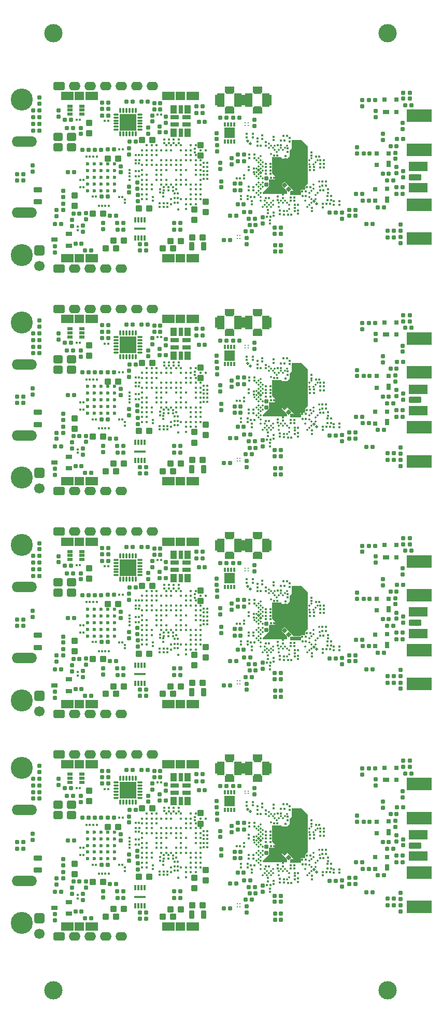
<source format=gbs>
G04 Layer_Color=16711935*
%FSLAX44Y44*%
%MOMM*%
G71*
G01*
G75*
%ADD19C,0.3500*%
%ADD117C,3.0000*%
G04:AMPARAMS|DCode=119|XSize=0.7mm|YSize=0.7mm|CornerRadius=0.11mm|HoleSize=0mm|Usage=FLASHONLY|Rotation=180.000|XOffset=0mm|YOffset=0mm|HoleType=Round|Shape=RoundedRectangle|*
%AMROUNDEDRECTD119*
21,1,0.7000,0.4800,0,0,180.0*
21,1,0.4800,0.7000,0,0,180.0*
1,1,0.2200,-0.2400,0.2400*
1,1,0.2200,0.2400,0.2400*
1,1,0.2200,0.2400,-0.2400*
1,1,0.2200,-0.2400,-0.2400*
%
%ADD119ROUNDEDRECTD119*%
%ADD120R,4.1000X2.1000*%
G04:AMPARAMS|DCode=122|XSize=0.6mm|YSize=0.7mm|CornerRadius=0.1mm|HoleSize=0mm|Usage=FLASHONLY|Rotation=0.000|XOffset=0mm|YOffset=0mm|HoleType=Round|Shape=RoundedRectangle|*
%AMROUNDEDRECTD122*
21,1,0.6000,0.5000,0,0,0.0*
21,1,0.4000,0.7000,0,0,0.0*
1,1,0.2000,0.2000,-0.2500*
1,1,0.2000,-0.2000,-0.2500*
1,1,0.2000,-0.2000,0.2500*
1,1,0.2000,0.2000,0.2500*
%
%ADD122ROUNDEDRECTD122*%
G04:AMPARAMS|DCode=124|XSize=0.7mm|YSize=0.7mm|CornerRadius=0.11mm|HoleSize=0mm|Usage=FLASHONLY|Rotation=270.000|XOffset=0mm|YOffset=0mm|HoleType=Round|Shape=RoundedRectangle|*
%AMROUNDEDRECTD124*
21,1,0.7000,0.4800,0,0,270.0*
21,1,0.4800,0.7000,0,0,270.0*
1,1,0.2200,-0.2400,-0.2400*
1,1,0.2200,-0.2400,0.2400*
1,1,0.2200,0.2400,0.2400*
1,1,0.2200,0.2400,-0.2400*
%
%ADD124ROUNDEDRECTD124*%
G04:AMPARAMS|DCode=125|XSize=1.1mm|YSize=1mm|CornerRadius=0.1625mm|HoleSize=0mm|Usage=FLASHONLY|Rotation=180.000|XOffset=0mm|YOffset=0mm|HoleType=Round|Shape=RoundedRectangle|*
%AMROUNDEDRECTD125*
21,1,1.1000,0.6750,0,0,180.0*
21,1,0.7750,1.0000,0,0,180.0*
1,1,0.3250,-0.3875,0.3375*
1,1,0.3250,0.3875,0.3375*
1,1,0.3250,0.3875,-0.3375*
1,1,0.3250,-0.3875,-0.3375*
%
%ADD125ROUNDEDRECTD125*%
G04:AMPARAMS|DCode=126|XSize=0.6mm|YSize=0.7mm|CornerRadius=0.1mm|HoleSize=0mm|Usage=FLASHONLY|Rotation=90.000|XOffset=0mm|YOffset=0mm|HoleType=Round|Shape=RoundedRectangle|*
%AMROUNDEDRECTD126*
21,1,0.6000,0.5000,0,0,90.0*
21,1,0.4000,0.7000,0,0,90.0*
1,1,0.2000,0.2500,0.2000*
1,1,0.2000,0.2500,-0.2000*
1,1,0.2000,-0.2500,-0.2000*
1,1,0.2000,-0.2500,0.2000*
%
%ADD126ROUNDEDRECTD126*%
%ADD136R,0.4500X0.4000*%
%ADD141R,0.4000X0.4500*%
%ADD142R,1.5000X1.4000*%
%ADD143R,2.1000X1.4000*%
G04:AMPARAMS|DCode=144|XSize=1.4mm|YSize=0.9mm|CornerRadius=0.15mm|HoleSize=0mm|Usage=FLASHONLY|Rotation=270.000|XOffset=0mm|YOffset=0mm|HoleType=Round|Shape=RoundedRectangle|*
%AMROUNDEDRECTD144*
21,1,1.4000,0.6000,0,0,270.0*
21,1,1.1000,0.9000,0,0,270.0*
1,1,0.3000,-0.3000,-0.5500*
1,1,0.3000,-0.3000,0.5500*
1,1,0.3000,0.3000,0.5500*
1,1,0.3000,0.3000,-0.5500*
%
%ADD144ROUNDEDRECTD144*%
%ADD153O,4.1000X1.7000*%
%ADD154C,3.6000*%
%ADD155O,1.9000X1.4000*%
G04:AMPARAMS|DCode=156|XSize=1.9mm|YSize=1.4mm|CornerRadius=0.375mm|HoleSize=0mm|Usage=FLASHONLY|Rotation=0.000|XOffset=0mm|YOffset=0mm|HoleType=Round|Shape=RoundedRectangle|*
%AMROUNDEDRECTD156*
21,1,1.9000,0.6500,0,0,0.0*
21,1,1.1500,1.4000,0,0,0.0*
1,1,0.7500,0.5750,-0.3250*
1,1,0.7500,-0.5750,-0.3250*
1,1,0.7500,-0.5750,0.3250*
1,1,0.7500,0.5750,0.3250*
%
%ADD156ROUNDEDRECTD156*%
G04:AMPARAMS|DCode=157|XSize=1.624mm|YSize=1.624mm|CornerRadius=0.2405mm|HoleSize=0mm|Usage=FLASHONLY|Rotation=0.000|XOffset=0mm|YOffset=0mm|HoleType=Round|Shape=RoundedRectangle|*
%AMROUNDEDRECTD157*
21,1,1.6240,1.1430,0,0,0.0*
21,1,1.1430,1.6240,0,0,0.0*
1,1,0.4810,0.5715,-0.5715*
1,1,0.4810,-0.5715,-0.5715*
1,1,0.4810,-0.5715,0.5715*
1,1,0.4810,0.5715,0.5715*
%
%ADD157ROUNDEDRECTD157*%
%ADD158C,1.7000*%
%ADD159C,0.6000*%
%ADD160R,1.6500X1.1000*%
%ADD161R,1.3000X1.7000*%
%ADD162R,1.3000X1.3000*%
%ADD163R,1.3000X2.2500*%
%ADD164R,1.9000X0.4000*%
%ADD165R,0.4000X0.9000*%
%ADD166R,1.1000X0.8000*%
%ADD167R,0.8000X0.8000*%
%ADD168R,0.8000X0.8000*%
%ADD169R,0.8000X1.1000*%
%ADD170C,0.3100*%
G04:AMPARAMS|DCode=171|XSize=0.7mm|YSize=1.1mm|CornerRadius=0.125mm|HoleSize=0mm|Usage=FLASHONLY|Rotation=270.000|XOffset=0mm|YOffset=0mm|HoleType=Round|Shape=RoundedRectangle|*
%AMROUNDEDRECTD171*
21,1,0.7000,0.8500,0,0,270.0*
21,1,0.4500,1.1000,0,0,270.0*
1,1,0.2500,-0.4250,-0.2250*
1,1,0.2500,-0.4250,0.2250*
1,1,0.2500,0.4250,0.2250*
1,1,0.2500,0.4250,-0.2250*
%
%ADD171ROUNDEDRECTD171*%
%ADD172R,0.9500X0.5000*%
%ADD173R,1.7000X1.7000*%
%ADD174R,0.3500X0.7250*%
G04:AMPARAMS|DCode=175|XSize=1.4mm|YSize=0.9mm|CornerRadius=0.15mm|HoleSize=0mm|Usage=FLASHONLY|Rotation=180.000|XOffset=0mm|YOffset=0mm|HoleType=Round|Shape=RoundedRectangle|*
%AMROUNDEDRECTD175*
21,1,1.4000,0.6000,0,0,180.0*
21,1,1.1000,0.9000,0,0,180.0*
1,1,0.3000,-0.5500,0.3000*
1,1,0.3000,0.5500,0.3000*
1,1,0.3000,0.5500,-0.3000*
1,1,0.3000,-0.5500,-0.3000*
%
%ADD175ROUNDEDRECTD175*%
G04:AMPARAMS|DCode=176|XSize=1.5mm|YSize=1.3mm|CornerRadius=0.2mm|HoleSize=0mm|Usage=FLASHONLY|Rotation=0.000|XOffset=0mm|YOffset=0mm|HoleType=Round|Shape=RoundedRectangle|*
%AMROUNDEDRECTD176*
21,1,1.5000,0.9000,0,0,0.0*
21,1,1.1000,1.3000,0,0,0.0*
1,1,0.4000,0.5500,-0.4500*
1,1,0.4000,-0.5500,-0.4500*
1,1,0.4000,-0.5500,0.4500*
1,1,0.4000,0.5500,0.4500*
%
%ADD176ROUNDEDRECTD176*%
%ADD177R,2.7000X2.7000*%
%ADD178O,0.3500X1.0000*%
%ADD179O,1.0000X0.3500*%
G04:AMPARAMS|DCode=180|XSize=1.1mm|YSize=1mm|CornerRadius=0.1625mm|HoleSize=0mm|Usage=FLASHONLY|Rotation=270.000|XOffset=0mm|YOffset=0mm|HoleType=Round|Shape=RoundedRectangle|*
%AMROUNDEDRECTD180*
21,1,1.1000,0.6750,0,0,270.0*
21,1,0.7750,1.0000,0,0,270.0*
1,1,0.3250,-0.3375,-0.3875*
1,1,0.3250,-0.3375,0.3875*
1,1,0.3250,0.3375,0.3875*
1,1,0.3250,0.3375,-0.3875*
%
%ADD180ROUNDEDRECTD180*%
G04:AMPARAMS|DCode=181|XSize=1mm|YSize=2.1mm|CornerRadius=0.1625mm|HoleSize=0mm|Usage=FLASHONLY|Rotation=270.000|XOffset=0mm|YOffset=0mm|HoleType=Round|Shape=RoundedRectangle|*
%AMROUNDEDRECTD181*
21,1,1.0000,1.7750,0,0,270.0*
21,1,0.6750,2.1000,0,0,270.0*
1,1,0.3250,-0.8875,-0.3375*
1,1,0.3250,-0.8875,0.3375*
1,1,0.3250,0.8875,0.3375*
1,1,0.3250,0.8875,-0.3375*
%
%ADD181ROUNDEDRECTD181*%
G04:AMPARAMS|DCode=182|XSize=1.6mm|YSize=3.1mm|CornerRadius=0.2375mm|HoleSize=0mm|Usage=FLASHONLY|Rotation=270.000|XOffset=0mm|YOffset=0mm|HoleType=Round|Shape=RoundedRectangle|*
%AMROUNDEDRECTD182*
21,1,1.6000,2.6250,0,0,270.0*
21,1,1.1250,3.1000,0,0,270.0*
1,1,0.4750,-1.3125,-0.5625*
1,1,0.4750,-1.3125,0.5625*
1,1,0.4750,1.3125,0.5625*
1,1,0.4750,1.3125,-0.5625*
%
%ADD182ROUNDEDRECTD182*%
G04:AMPARAMS|DCode=183|XSize=0.4mm|YSize=0.45mm|CornerRadius=0mm|HoleSize=0mm|Usage=FLASHONLY|Rotation=135.000|XOffset=0mm|YOffset=0mm|HoleType=Round|Shape=Rectangle|*
%AMROTATEDRECTD183*
4,1,4,0.3005,0.0177,-0.0177,-0.3005,-0.3005,-0.0177,0.0177,0.3005,0.3005,0.0177,0.0*
%
%ADD183ROTATEDRECTD183*%

G04:AMPARAMS|DCode=184|XSize=0.7mm|YSize=0.7mm|CornerRadius=0.11mm|HoleSize=0mm|Usage=FLASHONLY|Rotation=45.000|XOffset=0mm|YOffset=0mm|HoleType=Round|Shape=RoundedRectangle|*
%AMROUNDEDRECTD184*
21,1,0.7000,0.4800,0,0,45.0*
21,1,0.4800,0.7000,0,0,45.0*
1,1,0.2200,0.3394,0.0000*
1,1,0.2200,0.0000,-0.3394*
1,1,0.2200,-0.3394,0.0000*
1,1,0.2200,0.0000,0.3394*
%
%ADD184ROUNDEDRECTD184*%
%ADD185R,0.8000X1.4500*%
%ADD186R,1.4500X0.8000*%
%ADD187R,1.1000X1.4500*%
%ADD188C,0.4400*%
G36*
X477496Y1308356D02*
X477496Y1308356D01*
X477585Y1308348D01*
X477594Y1308347D01*
X477688Y1308318D01*
X477775Y1308272D01*
X477817Y1308237D01*
X477851Y1308209D01*
X477851Y1308209D01*
X487886Y1298174D01*
X487949Y1298098D01*
X487995Y1298011D01*
X488002Y1297989D01*
X488024Y1297917D01*
X488029Y1297868D01*
X488033Y1297819D01*
X488033Y1297819D01*
X488033Y1238131D01*
X488024Y1238033D01*
X488002Y1237961D01*
X487995Y1237939D01*
X487949Y1237852D01*
X487886Y1237776D01*
X487886Y1237776D01*
X483284Y1233173D01*
X483284Y1227994D01*
X483274Y1227896D01*
X483245Y1227801D01*
X483199Y1227714D01*
X483136Y1227638D01*
X483060Y1227576D01*
X482973Y1227530D01*
X482879Y1227501D01*
X482781Y1227491D01*
X476739D01*
X475136Y1225888D01*
X475060Y1225826D01*
X474973Y1225779D01*
X474952Y1225773D01*
X474879Y1225751D01*
X474830Y1225746D01*
X474781Y1225741D01*
X474781Y1225741D01*
X464781D01*
X464683Y1225751D01*
X464611Y1225773D01*
X464589Y1225779D01*
X464502Y1225826D01*
X464426Y1225888D01*
X464426Y1225889D01*
X457926Y1232388D01*
X457926Y1232389D01*
X450323Y1239991D01*
X448989Y1239991D01*
X445033Y1236036D01*
Y1233952D01*
X453886Y1225099D01*
X453886Y1225099D01*
X453914Y1225065D01*
X453949Y1225023D01*
X453995Y1224936D01*
X454024Y1224842D01*
X454025Y1224833D01*
X454033Y1224744D01*
X454033Y1224743D01*
Y1221350D01*
X454024Y1221252D01*
X453995Y1221158D01*
X453949Y1221071D01*
X453886Y1220995D01*
X453810Y1220932D01*
X453723Y1220886D01*
X453629Y1220857D01*
X453531Y1220848D01*
X414750D01*
X414652Y1220857D01*
X414558Y1220886D01*
X414471Y1220932D01*
X414395Y1220995D01*
X414332Y1221071D01*
X414286Y1221158D01*
X414257Y1221252D01*
X414248Y1221350D01*
Y1222963D01*
X414257Y1223061D01*
X414279Y1223133D01*
X414286Y1223155D01*
X414332Y1223242D01*
X414395Y1223318D01*
X414395Y1223318D01*
X424529Y1233452D01*
X424529Y1243744D01*
X424538Y1243842D01*
X424567Y1243936D01*
X424613Y1244023D01*
X424676Y1244099D01*
X424752Y1244161D01*
X424839Y1244208D01*
X424933Y1244236D01*
X425031Y1244246D01*
X433573Y1244246D01*
X434779Y1245452D01*
X434779Y1249036D01*
X429176Y1254638D01*
X429113Y1254715D01*
X429067Y1254801D01*
X429060Y1254823D01*
X429038Y1254896D01*
X429034Y1254945D01*
X429029Y1254994D01*
X429029Y1254994D01*
X429029Y1279994D01*
X429038Y1280092D01*
X429067Y1280186D01*
X429113Y1280273D01*
X429176Y1280349D01*
X429252Y1280411D01*
X429339Y1280458D01*
X429433Y1280486D01*
X429531Y1280496D01*
X444281D01*
X444281Y1280496D01*
X444330Y1280491D01*
X444379Y1280486D01*
X444451Y1280464D01*
X444473Y1280458D01*
X444560Y1280411D01*
X444636Y1280349D01*
X444636Y1280349D01*
X446489Y1278496D01*
X453935Y1278496D01*
X457998Y1282558D01*
X457998Y1291350D01*
X457998Y1291350D01*
X458006Y1291440D01*
X458007Y1291448D01*
X458036Y1291543D01*
X458082Y1291629D01*
X458117Y1291671D01*
X458145Y1291705D01*
X458145Y1291706D01*
X461248Y1294808D01*
X461248Y1307854D01*
X461257Y1307952D01*
X461286Y1308046D01*
X461332Y1308133D01*
X461395Y1308209D01*
X461471Y1308272D01*
X461558Y1308318D01*
X461652Y1308347D01*
X461750Y1308356D01*
X477496Y1308356D01*
D02*
G37*
G36*
X476104Y1225415D02*
X476198Y1225387D01*
X476285Y1225340D01*
X476361Y1225278D01*
X476424Y1225201D01*
X476470Y1225115D01*
X476499Y1225020D01*
X476508Y1224922D01*
Y1219672D01*
X476499Y1219574D01*
X476470Y1219480D01*
X476424Y1219393D01*
X476361Y1219317D01*
X476285Y1219255D01*
X476198Y1219208D01*
X476104Y1219180D01*
X476006Y1219170D01*
X459756D01*
X459658Y1219180D01*
X459564Y1219208D01*
X459477Y1219255D01*
X459401Y1219317D01*
X459338Y1219393D01*
X459292Y1219480D01*
X459263Y1219574D01*
X459254Y1219672D01*
Y1224922D01*
X459263Y1225020D01*
X459292Y1225115D01*
X459338Y1225201D01*
X459401Y1225278D01*
X459477Y1225340D01*
X459564Y1225387D01*
X459658Y1225415D01*
X459756Y1225425D01*
X476006D01*
X476104Y1225415D01*
D02*
G37*
G36*
X477496Y944656D02*
X477496Y944656D01*
X477585Y944648D01*
X477594Y944647D01*
X477688Y944618D01*
X477775Y944572D01*
X477817Y944537D01*
X477851Y944509D01*
X477851Y944509D01*
X487886Y934474D01*
X487949Y934398D01*
X487995Y934311D01*
X488002Y934289D01*
X488024Y934217D01*
X488029Y934168D01*
X488033Y934119D01*
X488033Y934119D01*
X488033Y874431D01*
X488024Y874333D01*
X488002Y874261D01*
X487995Y874239D01*
X487949Y874152D01*
X487886Y874076D01*
X487886Y874076D01*
X483284Y869473D01*
X483284Y864294D01*
X483274Y864196D01*
X483245Y864101D01*
X483199Y864015D01*
X483136Y863938D01*
X483060Y863876D01*
X482973Y863829D01*
X482879Y863801D01*
X482781Y863791D01*
X476739D01*
X475136Y862188D01*
X475060Y862126D01*
X474973Y862079D01*
X474952Y862073D01*
X474879Y862051D01*
X474830Y862046D01*
X474781Y862041D01*
X474781Y862041D01*
X464781D01*
X464683Y862051D01*
X464611Y862073D01*
X464589Y862079D01*
X464502Y862126D01*
X464426Y862188D01*
X464426Y862188D01*
X457926Y868688D01*
X457926Y868689D01*
X450323Y876291D01*
X448989Y876291D01*
X445033Y872336D01*
Y870252D01*
X453886Y861399D01*
X453886Y861399D01*
X453914Y861365D01*
X453949Y861323D01*
X453995Y861236D01*
X454024Y861142D01*
X454025Y861133D01*
X454033Y861044D01*
X454033Y861043D01*
Y857650D01*
X454024Y857552D01*
X453995Y857458D01*
X453949Y857371D01*
X453886Y857295D01*
X453810Y857232D01*
X453723Y857186D01*
X453629Y857157D01*
X453531Y857148D01*
X414750D01*
X414652Y857157D01*
X414558Y857186D01*
X414471Y857232D01*
X414395Y857295D01*
X414332Y857371D01*
X414286Y857458D01*
X414257Y857552D01*
X414248Y857650D01*
Y859262D01*
X414257Y859361D01*
X414279Y859433D01*
X414286Y859455D01*
X414332Y859542D01*
X414395Y859618D01*
X414395Y859618D01*
X424529Y869752D01*
X424529Y880044D01*
X424538Y880142D01*
X424567Y880236D01*
X424613Y880323D01*
X424676Y880399D01*
X424752Y880461D01*
X424839Y880508D01*
X424933Y880536D01*
X425031Y880546D01*
X433573Y880546D01*
X434779Y881752D01*
X434779Y885335D01*
X429176Y890938D01*
X429113Y891014D01*
X429067Y891101D01*
X429060Y891123D01*
X429038Y891196D01*
X429034Y891245D01*
X429029Y891294D01*
X429029Y891294D01*
X429029Y916294D01*
X429038Y916392D01*
X429067Y916486D01*
X429113Y916573D01*
X429176Y916649D01*
X429252Y916711D01*
X429339Y916758D01*
X429433Y916786D01*
X429531Y916796D01*
X444281D01*
X444281Y916796D01*
X444330Y916791D01*
X444379Y916786D01*
X444451Y916764D01*
X444473Y916758D01*
X444560Y916711D01*
X444636Y916649D01*
X444636Y916649D01*
X446489Y914796D01*
X453935Y914796D01*
X457998Y918858D01*
X457998Y927650D01*
X457998Y927650D01*
X458006Y927739D01*
X458007Y927748D01*
X458036Y927842D01*
X458082Y927929D01*
X458117Y927971D01*
X458145Y928006D01*
X458145Y928006D01*
X461248Y931108D01*
X461248Y944154D01*
X461257Y944252D01*
X461286Y944346D01*
X461332Y944433D01*
X461395Y944509D01*
X461471Y944572D01*
X461558Y944618D01*
X461652Y944647D01*
X461750Y944656D01*
X477496Y944656D01*
D02*
G37*
G36*
X476104Y861715D02*
X476198Y861686D01*
X476285Y861640D01*
X476361Y861578D01*
X476424Y861501D01*
X476470Y861414D01*
X476499Y861320D01*
X476508Y861222D01*
Y855972D01*
X476499Y855874D01*
X476470Y855780D01*
X476424Y855693D01*
X476361Y855617D01*
X476285Y855555D01*
X476198Y855508D01*
X476104Y855480D01*
X476006Y855470D01*
X459756D01*
X459658Y855480D01*
X459564Y855508D01*
X459477Y855555D01*
X459401Y855617D01*
X459338Y855693D01*
X459292Y855780D01*
X459263Y855874D01*
X459254Y855972D01*
Y861222D01*
X459263Y861320D01*
X459292Y861414D01*
X459338Y861501D01*
X459401Y861578D01*
X459477Y861640D01*
X459564Y861686D01*
X459658Y861715D01*
X459756Y861725D01*
X476006D01*
X476104Y861715D01*
D02*
G37*
G36*
X477496Y580956D02*
X477496Y580956D01*
X477585Y580947D01*
X477594Y580947D01*
X477688Y580918D01*
X477775Y580872D01*
X477817Y580837D01*
X477851Y580809D01*
X477851Y580809D01*
X487886Y570774D01*
X487949Y570698D01*
X487995Y570611D01*
X488002Y570589D01*
X488024Y570517D01*
X488029Y570468D01*
X488033Y570419D01*
X488033Y570419D01*
X488033Y510731D01*
X488024Y510633D01*
X488002Y510561D01*
X487995Y510539D01*
X487949Y510452D01*
X487886Y510376D01*
X487886Y510376D01*
X483284Y505773D01*
X483284Y500593D01*
X483274Y500495D01*
X483245Y500401D01*
X483199Y500314D01*
X483136Y500238D01*
X483060Y500176D01*
X482973Y500129D01*
X482879Y500101D01*
X482781Y500091D01*
X476739D01*
X475136Y498488D01*
X475060Y498426D01*
X474973Y498379D01*
X474952Y498373D01*
X474879Y498351D01*
X474830Y498346D01*
X474781Y498341D01*
X474781Y498341D01*
X464781D01*
X464683Y498351D01*
X464611Y498373D01*
X464589Y498379D01*
X464502Y498426D01*
X464426Y498488D01*
X464426Y498488D01*
X457926Y504988D01*
X457926Y504988D01*
X450323Y512591D01*
X448989Y512591D01*
X445033Y508635D01*
Y506552D01*
X453886Y497699D01*
X453886Y497699D01*
X453914Y497664D01*
X453949Y497623D01*
X453995Y497536D01*
X454024Y497441D01*
X454025Y497433D01*
X454033Y497343D01*
X454033Y497343D01*
Y493950D01*
X454024Y493852D01*
X453995Y493758D01*
X453949Y493671D01*
X453886Y493595D01*
X453810Y493532D01*
X453723Y493486D01*
X453629Y493457D01*
X453531Y493448D01*
X414750D01*
X414652Y493457D01*
X414558Y493486D01*
X414471Y493532D01*
X414395Y493595D01*
X414332Y493671D01*
X414286Y493758D01*
X414257Y493852D01*
X414248Y493950D01*
Y495563D01*
X414257Y495661D01*
X414279Y495733D01*
X414286Y495755D01*
X414332Y495842D01*
X414395Y495918D01*
X414395Y495918D01*
X424529Y506052D01*
X424529Y516343D01*
X424538Y516442D01*
X424567Y516536D01*
X424613Y516623D01*
X424676Y516699D01*
X424752Y516761D01*
X424839Y516808D01*
X424933Y516836D01*
X425031Y516846D01*
X433573Y516846D01*
X434779Y518052D01*
X434779Y521636D01*
X429176Y527238D01*
X429113Y527314D01*
X429067Y527401D01*
X429060Y527423D01*
X429038Y527495D01*
X429034Y527545D01*
X429029Y527594D01*
X429029Y527594D01*
X429029Y552593D01*
X429038Y552692D01*
X429067Y552786D01*
X429113Y552873D01*
X429176Y552949D01*
X429252Y553011D01*
X429339Y553058D01*
X429433Y553086D01*
X429531Y553096D01*
X444281D01*
X444281Y553096D01*
X444330Y553091D01*
X444379Y553086D01*
X444451Y553064D01*
X444473Y553058D01*
X444560Y553011D01*
X444636Y552949D01*
X444636Y552949D01*
X446489Y551096D01*
X453935Y551096D01*
X457998Y555158D01*
X457998Y563950D01*
X457998Y563950D01*
X458006Y564039D01*
X458007Y564048D01*
X458036Y564142D01*
X458082Y564229D01*
X458117Y564271D01*
X458145Y564305D01*
X458145Y564306D01*
X461248Y567408D01*
X461248Y580454D01*
X461257Y580552D01*
X461286Y580646D01*
X461332Y580733D01*
X461395Y580809D01*
X461471Y580872D01*
X461558Y580918D01*
X461652Y580947D01*
X461750Y580956D01*
X477496Y580956D01*
D02*
G37*
G36*
X476104Y498015D02*
X476198Y497986D01*
X476285Y497940D01*
X476361Y497878D01*
X476424Y497801D01*
X476470Y497715D01*
X476499Y497620D01*
X476508Y497522D01*
Y492272D01*
X476499Y492174D01*
X476470Y492080D01*
X476424Y491993D01*
X476361Y491917D01*
X476285Y491855D01*
X476198Y491808D01*
X476104Y491780D01*
X476006Y491770D01*
X459756D01*
X459658Y491780D01*
X459564Y491808D01*
X459477Y491855D01*
X459401Y491917D01*
X459338Y491993D01*
X459292Y492080D01*
X459263Y492174D01*
X459254Y492272D01*
Y497522D01*
X459263Y497620D01*
X459292Y497715D01*
X459338Y497801D01*
X459401Y497878D01*
X459477Y497940D01*
X459564Y497986D01*
X459658Y498015D01*
X459756Y498025D01*
X476006D01*
X476104Y498015D01*
D02*
G37*
G36*
X477496Y217256D02*
X477496Y217256D01*
X477585Y217247D01*
X477594Y217247D01*
X477688Y217218D01*
X477775Y217171D01*
X477817Y217137D01*
X477851Y217109D01*
X477851Y217109D01*
X487886Y207074D01*
X487949Y206998D01*
X487995Y206911D01*
X488002Y206889D01*
X488024Y206817D01*
X488029Y206768D01*
X488033Y206719D01*
X488033Y206719D01*
X488033Y147031D01*
X488024Y146933D01*
X488002Y146861D01*
X487995Y146839D01*
X487949Y146752D01*
X487886Y146676D01*
X487886Y146676D01*
X483284Y142073D01*
X483284Y136894D01*
X483274Y136796D01*
X483245Y136701D01*
X483199Y136614D01*
X483136Y136538D01*
X483060Y136476D01*
X482973Y136429D01*
X482879Y136401D01*
X482781Y136391D01*
X476739D01*
X475136Y134788D01*
X475060Y134726D01*
X474973Y134679D01*
X474952Y134673D01*
X474879Y134651D01*
X474830Y134646D01*
X474781Y134641D01*
X474781Y134641D01*
X464781D01*
X464683Y134651D01*
X464611Y134673D01*
X464589Y134679D01*
X464502Y134726D01*
X464426Y134788D01*
X464426Y134788D01*
X457926Y141288D01*
X457926Y141288D01*
X450323Y148891D01*
X448989Y148891D01*
X445033Y144935D01*
Y142852D01*
X453886Y133999D01*
X453886Y133999D01*
X453914Y133964D01*
X453949Y133923D01*
X453995Y133836D01*
X454024Y133742D01*
X454025Y133733D01*
X454033Y133643D01*
X454033Y133643D01*
Y130250D01*
X454024Y130152D01*
X453995Y130058D01*
X453949Y129971D01*
X453886Y129895D01*
X453810Y129832D01*
X453723Y129786D01*
X453629Y129757D01*
X453531Y129748D01*
X414750D01*
X414652Y129757D01*
X414558Y129786D01*
X414471Y129832D01*
X414395Y129895D01*
X414332Y129971D01*
X414286Y130058D01*
X414257Y130152D01*
X414248Y130250D01*
Y131862D01*
X414257Y131960D01*
X414279Y132033D01*
X414286Y132055D01*
X414332Y132142D01*
X414395Y132218D01*
X414395Y132218D01*
X424529Y142352D01*
X424529Y152643D01*
X424538Y152741D01*
X424567Y152836D01*
X424613Y152923D01*
X424676Y152999D01*
X424752Y153061D01*
X424839Y153108D01*
X424933Y153136D01*
X425031Y153146D01*
X433573Y153146D01*
X434779Y154352D01*
X434779Y157935D01*
X429176Y163538D01*
X429113Y163614D01*
X429067Y163701D01*
X429060Y163723D01*
X429038Y163796D01*
X429034Y163845D01*
X429029Y163894D01*
X429029Y163894D01*
X429029Y188894D01*
X429038Y188992D01*
X429067Y189086D01*
X429113Y189173D01*
X429176Y189249D01*
X429252Y189311D01*
X429339Y189358D01*
X429433Y189386D01*
X429531Y189396D01*
X444281D01*
X444281Y189396D01*
X444330Y189391D01*
X444379Y189386D01*
X444451Y189364D01*
X444473Y189358D01*
X444560Y189311D01*
X444636Y189249D01*
X444636Y189249D01*
X446489Y187396D01*
X453935Y187396D01*
X457998Y191458D01*
X457998Y200250D01*
X457998Y200250D01*
X458006Y200339D01*
X458007Y200348D01*
X458036Y200442D01*
X458082Y200529D01*
X458117Y200571D01*
X458145Y200605D01*
X458145Y200606D01*
X461248Y203708D01*
X461248Y216754D01*
X461257Y216852D01*
X461286Y216946D01*
X461332Y217033D01*
X461395Y217109D01*
X461471Y217172D01*
X461558Y217218D01*
X461652Y217247D01*
X461750Y217256D01*
X477496Y217256D01*
D02*
G37*
G36*
X476104Y134315D02*
X476198Y134286D01*
X476285Y134240D01*
X476361Y134177D01*
X476424Y134101D01*
X476470Y134014D01*
X476499Y133920D01*
X476508Y133822D01*
Y128572D01*
X476499Y128474D01*
X476470Y128380D01*
X476424Y128293D01*
X476361Y128217D01*
X476285Y128154D01*
X476198Y128108D01*
X476104Y128079D01*
X476006Y128070D01*
X459756D01*
X459658Y128079D01*
X459564Y128108D01*
X459477Y128154D01*
X459401Y128217D01*
X459338Y128293D01*
X459292Y128380D01*
X459263Y128474D01*
X459254Y128572D01*
Y133822D01*
X459263Y133920D01*
X459292Y134014D01*
X459338Y134101D01*
X459401Y134177D01*
X459477Y134240D01*
X459564Y134286D01*
X459658Y134315D01*
X459756Y134325D01*
X476006D01*
X476104Y134315D01*
D02*
G37*
D19*
X467250Y201410D02*
D03*
X487230Y108169D02*
D03*
X427290Y208070D02*
D03*
X500550Y181430D02*
D03*
X503880Y184760D02*
D03*
X506000Y149750D02*
D03*
X503880Y131480D02*
D03*
X497220Y138140D02*
D03*
X443940Y118160D02*
D03*
X490560Y131480D02*
D03*
X457260Y104840D02*
D03*
X453930Y101510D02*
D03*
X403980Y164780D02*
D03*
X400650Y161450D02*
D03*
X430620Y204740D02*
D03*
X423960D02*
D03*
X437280Y198080D02*
D03*
X407310Y188090D02*
D03*
X430620Y111500D02*
D03*
X410640Y131480D02*
D03*
X403980Y184760D02*
D03*
X433950Y201410D02*
D03*
X453930Y208070D02*
D03*
X450600Y204740D02*
D03*
X443940Y204740D02*
D03*
X410640Y124820D02*
D03*
X447270Y114830D02*
D03*
X440610Y108170D02*
D03*
X447270Y201410D02*
D03*
X497220Y178100D02*
D03*
X423960Y211400D02*
D03*
X427290Y194750D02*
D03*
X430620Y118160D02*
D03*
X413970Y168110D02*
D03*
X407310Y161450D02*
D03*
X403980Y158120D02*
D03*
X410640Y158120D02*
D03*
X413970Y148130D02*
D03*
X410640Y144800D02*
D03*
X423960Y111500D02*
D03*
X427290Y114830D02*
D03*
X420630D02*
D03*
X450600Y118160D02*
D03*
X440610Y114830D02*
D03*
X490560Y111500D02*
D03*
X440610Y201410D02*
D03*
X433950Y208070D02*
D03*
X410640Y191420D02*
D03*
Y171440D02*
D03*
X413970Y174770D02*
D03*
X407310Y181430D02*
D03*
X413970Y181430D02*
D03*
X410640Y184760D02*
D03*
X407310Y141470D02*
D03*
X403980Y144800D02*
D03*
X407310Y128150D02*
D03*
X410640Y178100D02*
D03*
X413970Y108169D02*
D03*
X427290Y108169D02*
D03*
X420630Y108170D02*
D03*
X414010Y141464D02*
D03*
X407310Y134810D02*
D03*
X410640Y138140D02*
D03*
X410640Y118160D02*
D03*
X417300Y111500D02*
D03*
X417300Y118160D02*
D03*
X407310Y148130D02*
D03*
Y154790D02*
D03*
X413970Y154790D02*
D03*
X403980Y131480D02*
D03*
X490560Y178100D02*
D03*
Y184760D02*
D03*
X493890Y188090D02*
D03*
X483900Y118160D02*
D03*
X490560Y124820D02*
D03*
X493890Y134810D02*
D03*
X507210Y141470D02*
D03*
X500550Y121490D02*
D03*
X500550Y128150D02*
D03*
X497220Y144800D02*
D03*
X493890Y121490D02*
D03*
X470580Y198080D02*
D03*
X493890Y114830D02*
D03*
X453930Y114830D02*
D03*
X457250Y111527D02*
D03*
X403980Y171440D02*
D03*
X407310Y174770D02*
D03*
X467250Y565110D02*
D03*
X487230Y471870D02*
D03*
X427290Y571770D02*
D03*
X500550Y545130D02*
D03*
X503880Y548460D02*
D03*
X506000Y513450D02*
D03*
X503880Y495180D02*
D03*
X497220Y501840D02*
D03*
X443940Y481860D02*
D03*
X490560Y495180D02*
D03*
X457260Y468540D02*
D03*
X453930Y465210D02*
D03*
X403980Y528480D02*
D03*
X400650Y525150D02*
D03*
X430620Y568440D02*
D03*
X423960D02*
D03*
X437280Y561780D02*
D03*
X407310Y551790D02*
D03*
X430620Y475200D02*
D03*
X410640Y495180D02*
D03*
X403980Y548460D02*
D03*
X433950Y565110D02*
D03*
X453930Y571770D02*
D03*
X450600Y568440D02*
D03*
X443940Y568440D02*
D03*
X410640Y488520D02*
D03*
X447270Y478530D02*
D03*
X440610Y471870D02*
D03*
X447270Y565110D02*
D03*
X497220Y541800D02*
D03*
X423960Y575100D02*
D03*
X427290Y558450D02*
D03*
X430620Y481860D02*
D03*
X413970Y531810D02*
D03*
X407310Y525150D02*
D03*
X403980Y521820D02*
D03*
X410640Y521820D02*
D03*
X413970Y511830D02*
D03*
X410640Y508500D02*
D03*
X423960Y475200D02*
D03*
X427290Y478530D02*
D03*
X420630D02*
D03*
X450600Y481860D02*
D03*
X440610Y478530D02*
D03*
X490560Y475200D02*
D03*
X440610Y565110D02*
D03*
X433950Y571770D02*
D03*
X410640Y555120D02*
D03*
Y535140D02*
D03*
X413970Y538470D02*
D03*
X407310Y545130D02*
D03*
X413970Y545130D02*
D03*
X410640Y548460D02*
D03*
X407310Y505170D02*
D03*
X403980Y508500D02*
D03*
X407310Y491850D02*
D03*
X410640Y541800D02*
D03*
X413970Y471870D02*
D03*
X427290Y471870D02*
D03*
X420630Y471870D02*
D03*
X414010Y505164D02*
D03*
X407310Y498510D02*
D03*
X410640Y501840D02*
D03*
X410640Y481860D02*
D03*
X417300Y475200D02*
D03*
X417300Y481860D02*
D03*
X407310Y511830D02*
D03*
Y518490D02*
D03*
X413970Y518490D02*
D03*
X403980Y495180D02*
D03*
X490560Y541800D02*
D03*
Y548460D02*
D03*
X493890Y551790D02*
D03*
X483900Y481860D02*
D03*
X490560Y488520D02*
D03*
X493890Y498510D02*
D03*
X507210Y505170D02*
D03*
X500550Y485190D02*
D03*
X500550Y491850D02*
D03*
X497220Y508500D02*
D03*
X493890Y485190D02*
D03*
X470580Y561780D02*
D03*
X493890Y478530D02*
D03*
X453930Y478530D02*
D03*
X457250Y475227D02*
D03*
X403980Y535140D02*
D03*
X407310Y538470D02*
D03*
X467250Y928810D02*
D03*
X487230Y835570D02*
D03*
X427290Y935470D02*
D03*
X500550Y908830D02*
D03*
X503880Y912160D02*
D03*
X506000Y877150D02*
D03*
X503880Y858880D02*
D03*
X497220Y865540D02*
D03*
X443940Y845560D02*
D03*
X490560Y858880D02*
D03*
X457260Y832240D02*
D03*
X453930Y828910D02*
D03*
X403980Y892180D02*
D03*
X400650Y888850D02*
D03*
X430620Y932140D02*
D03*
X423960D02*
D03*
X437280Y925480D02*
D03*
X407310Y915490D02*
D03*
X430620Y838900D02*
D03*
X410640Y858880D02*
D03*
X403980Y912160D02*
D03*
X433950Y928810D02*
D03*
X453930Y935470D02*
D03*
X450600Y932140D02*
D03*
X443940Y932140D02*
D03*
X410640Y852220D02*
D03*
X447270Y842230D02*
D03*
X440610Y835570D02*
D03*
X447270Y928810D02*
D03*
X497220Y905500D02*
D03*
X423960Y938800D02*
D03*
X427290Y922150D02*
D03*
X430620Y845560D02*
D03*
X413970Y895510D02*
D03*
X407310Y888850D02*
D03*
X403980Y885520D02*
D03*
X410640Y885520D02*
D03*
X413970Y875530D02*
D03*
X410640Y872200D02*
D03*
X423960Y838900D02*
D03*
X427290Y842230D02*
D03*
X420630D02*
D03*
X450600Y845560D02*
D03*
X440610Y842230D02*
D03*
X490560Y838900D02*
D03*
X440610Y928810D02*
D03*
X433950Y935470D02*
D03*
X410640Y918820D02*
D03*
Y898840D02*
D03*
X413970Y902170D02*
D03*
X407310Y908830D02*
D03*
X413970Y908830D02*
D03*
X410640Y912160D02*
D03*
X407310Y868870D02*
D03*
X403980Y872200D02*
D03*
X407310Y855550D02*
D03*
X410640Y905500D02*
D03*
X413970Y835570D02*
D03*
X427290Y835570D02*
D03*
X420630Y835570D02*
D03*
X414010Y868864D02*
D03*
X407310Y862210D02*
D03*
X410640Y865540D02*
D03*
X410640Y845560D02*
D03*
X417300Y838900D02*
D03*
X417300Y845560D02*
D03*
X407310Y875530D02*
D03*
Y882190D02*
D03*
X413970Y882190D02*
D03*
X403980Y858880D02*
D03*
X490560Y905500D02*
D03*
Y912160D02*
D03*
X493890Y915490D02*
D03*
X483900Y845560D02*
D03*
X490560Y852220D02*
D03*
X493890Y862210D02*
D03*
X507210Y868870D02*
D03*
X500550Y848890D02*
D03*
X500550Y855550D02*
D03*
X497220Y872200D02*
D03*
X493890Y848890D02*
D03*
X470580Y925480D02*
D03*
X493890Y842230D02*
D03*
X453930Y842230D02*
D03*
X457250Y838927D02*
D03*
X403980Y898840D02*
D03*
X407310Y902170D02*
D03*
X467250Y1292510D02*
D03*
X487230Y1199270D02*
D03*
X427290Y1299170D02*
D03*
X500550Y1272530D02*
D03*
X503880Y1275860D02*
D03*
X506000Y1240850D02*
D03*
X503880Y1222580D02*
D03*
X497220Y1229240D02*
D03*
X443940Y1209260D02*
D03*
X490560Y1222580D02*
D03*
X457260Y1195940D02*
D03*
X453930Y1192610D02*
D03*
X403980Y1255880D02*
D03*
X400650Y1252550D02*
D03*
X430620Y1295840D02*
D03*
X423960D02*
D03*
X437280Y1289180D02*
D03*
X407310Y1279190D02*
D03*
X430620Y1202600D02*
D03*
X410640Y1222580D02*
D03*
X403980Y1275860D02*
D03*
X433950Y1292510D02*
D03*
X453930Y1299170D02*
D03*
X450600Y1295840D02*
D03*
X443940Y1295840D02*
D03*
X410640Y1215920D02*
D03*
X447270Y1205930D02*
D03*
X440610Y1199270D02*
D03*
X447270Y1292510D02*
D03*
X497220Y1269200D02*
D03*
X423960Y1302500D02*
D03*
X427290Y1285850D02*
D03*
X430620Y1209260D02*
D03*
X413970Y1259210D02*
D03*
X407310Y1252550D02*
D03*
X403980Y1249220D02*
D03*
X410640Y1249220D02*
D03*
X413970Y1239230D02*
D03*
X410640Y1235900D02*
D03*
X423960Y1202600D02*
D03*
X427290Y1205930D02*
D03*
X420630D02*
D03*
X450600Y1209260D02*
D03*
X440610Y1205930D02*
D03*
X490560Y1202600D02*
D03*
X440610Y1292510D02*
D03*
X433950Y1299170D02*
D03*
X410640Y1282520D02*
D03*
Y1262540D02*
D03*
X413970Y1265870D02*
D03*
X407310Y1272530D02*
D03*
X413970Y1272530D02*
D03*
X410640Y1275860D02*
D03*
X407310Y1232570D02*
D03*
X403980Y1235900D02*
D03*
X407310Y1219250D02*
D03*
X410640Y1269200D02*
D03*
X413970Y1199270D02*
D03*
X427290Y1199270D02*
D03*
X420630Y1199270D02*
D03*
X414010Y1232564D02*
D03*
X407310Y1225910D02*
D03*
X410640Y1229240D02*
D03*
X410640Y1209260D02*
D03*
X417300Y1202600D02*
D03*
X417300Y1209260D02*
D03*
X407310Y1239230D02*
D03*
Y1245890D02*
D03*
X413970Y1245890D02*
D03*
X403980Y1222580D02*
D03*
X490560Y1269200D02*
D03*
Y1275860D02*
D03*
X493890Y1279190D02*
D03*
X483900Y1209260D02*
D03*
X490560Y1215920D02*
D03*
X493890Y1225910D02*
D03*
X507210Y1232570D02*
D03*
X500550Y1212590D02*
D03*
X500550Y1219250D02*
D03*
X497220Y1235900D02*
D03*
X493890Y1212590D02*
D03*
X470580Y1289180D02*
D03*
X493890Y1205930D02*
D03*
X453930Y1205930D02*
D03*
X457250Y1202627D02*
D03*
X403980Y1262540D02*
D03*
X407310Y1265870D02*
D03*
D117*
X618000Y-80000D02*
D03*
X72000D02*
D03*
X617999Y1482800D02*
D03*
X71999D02*
D03*
D119*
X245885Y240025D02*
D03*
Y230025D02*
D03*
X631125Y186875D02*
D03*
Y196875D02*
D03*
X632250Y173250D02*
D03*
Y163250D02*
D03*
X37750Y176000D02*
D03*
Y166000D02*
D03*
X208750Y148250D02*
D03*
Y138250D02*
D03*
X195250Y141750D02*
D03*
Y131750D02*
D03*
X195750Y204250D02*
D03*
Y194250D02*
D03*
X181750Y174750D02*
D03*
Y164750D02*
D03*
X209750Y127750D02*
D03*
Y117750D02*
D03*
X344250Y170500D02*
D03*
Y180500D02*
D03*
X346250Y140250D02*
D03*
Y150250D02*
D03*
X363000Y178250D02*
D03*
Y188250D02*
D03*
X339000Y219000D02*
D03*
Y229000D02*
D03*
X87750Y134250D02*
D03*
Y124250D02*
D03*
Y113250D02*
D03*
Y103250D02*
D03*
X117000Y227500D02*
D03*
Y237500D02*
D03*
X80250Y265500D02*
D03*
Y255500D02*
D03*
X102250Y77500D02*
D03*
Y87500D02*
D03*
X153000Y72000D02*
D03*
Y82000D02*
D03*
X643750Y167000D02*
D03*
Y157000D02*
D03*
X419760Y144714D02*
D03*
Y154714D02*
D03*
X233750Y257750D02*
D03*
Y247750D02*
D03*
X49250Y286750D02*
D03*
Y276750D02*
D03*
X654500Y295000D02*
D03*
Y285000D02*
D03*
X643500Y295000D02*
D03*
Y285000D02*
D03*
X245885Y603725D02*
D03*
Y593725D02*
D03*
X631125Y550575D02*
D03*
Y560575D02*
D03*
X632250Y536950D02*
D03*
Y526950D02*
D03*
X37750Y539700D02*
D03*
Y529700D02*
D03*
X208750Y511950D02*
D03*
Y501950D02*
D03*
X195250Y505450D02*
D03*
Y495450D02*
D03*
X195750Y567950D02*
D03*
Y557950D02*
D03*
X181750Y538450D02*
D03*
Y528450D02*
D03*
X209750Y491450D02*
D03*
Y481450D02*
D03*
X344250Y534200D02*
D03*
Y544200D02*
D03*
X346250Y503950D02*
D03*
Y513950D02*
D03*
X363000Y541950D02*
D03*
Y551950D02*
D03*
X339000Y582700D02*
D03*
Y592700D02*
D03*
X87750Y497950D02*
D03*
Y487950D02*
D03*
Y476950D02*
D03*
Y466950D02*
D03*
X117000Y591200D02*
D03*
Y601200D02*
D03*
X80250Y629200D02*
D03*
Y619200D02*
D03*
X102250Y441200D02*
D03*
Y451200D02*
D03*
X153000Y435700D02*
D03*
Y445700D02*
D03*
X643750Y530700D02*
D03*
Y520700D02*
D03*
X419760Y508414D02*
D03*
Y518414D02*
D03*
X233750Y621450D02*
D03*
Y611450D02*
D03*
X49250Y650450D02*
D03*
Y640450D02*
D03*
X654500Y658700D02*
D03*
Y648700D02*
D03*
X643500Y658700D02*
D03*
Y648700D02*
D03*
X245885Y967425D02*
D03*
Y957425D02*
D03*
X631125Y914275D02*
D03*
Y924275D02*
D03*
X632250Y900650D02*
D03*
Y890650D02*
D03*
X37750Y903400D02*
D03*
Y893400D02*
D03*
X208750Y875650D02*
D03*
Y865650D02*
D03*
X195250Y869150D02*
D03*
Y859150D02*
D03*
X195750Y931650D02*
D03*
Y921650D02*
D03*
X181750Y902150D02*
D03*
Y892150D02*
D03*
X209750Y855150D02*
D03*
Y845150D02*
D03*
X344250Y897900D02*
D03*
Y907900D02*
D03*
X346250Y867650D02*
D03*
Y877650D02*
D03*
X363000Y905650D02*
D03*
Y915650D02*
D03*
X339000Y946400D02*
D03*
Y956400D02*
D03*
X87750Y861650D02*
D03*
Y851650D02*
D03*
Y840650D02*
D03*
Y830650D02*
D03*
X117000Y954900D02*
D03*
Y964900D02*
D03*
X80250Y992900D02*
D03*
Y982900D02*
D03*
X102250Y804900D02*
D03*
Y814900D02*
D03*
X153000Y799400D02*
D03*
Y809400D02*
D03*
X643750Y894400D02*
D03*
Y884400D02*
D03*
X419760Y872114D02*
D03*
Y882114D02*
D03*
X233750Y985150D02*
D03*
Y975150D02*
D03*
X49250Y1014150D02*
D03*
Y1004150D02*
D03*
X654500Y1022400D02*
D03*
Y1012400D02*
D03*
X643500Y1022400D02*
D03*
Y1012400D02*
D03*
X245885Y1331125D02*
D03*
Y1321125D02*
D03*
X631125Y1277975D02*
D03*
Y1287975D02*
D03*
X632250Y1264350D02*
D03*
Y1254350D02*
D03*
X37750Y1267100D02*
D03*
Y1257100D02*
D03*
X208750Y1239350D02*
D03*
Y1229350D02*
D03*
X195250Y1232850D02*
D03*
Y1222850D02*
D03*
X195750Y1295350D02*
D03*
Y1285350D02*
D03*
X181750Y1265850D02*
D03*
Y1255850D02*
D03*
X209750Y1218850D02*
D03*
Y1208850D02*
D03*
X344250Y1261600D02*
D03*
Y1271600D02*
D03*
X346250Y1231350D02*
D03*
Y1241350D02*
D03*
X363000Y1269350D02*
D03*
Y1279350D02*
D03*
X339000Y1310100D02*
D03*
Y1320100D02*
D03*
X87750Y1225350D02*
D03*
Y1215350D02*
D03*
Y1204350D02*
D03*
Y1194350D02*
D03*
X117000Y1318600D02*
D03*
Y1328600D02*
D03*
X80250Y1356600D02*
D03*
Y1346600D02*
D03*
X102250Y1168600D02*
D03*
Y1178600D02*
D03*
X153000Y1163100D02*
D03*
Y1173100D02*
D03*
X643750Y1258100D02*
D03*
Y1248100D02*
D03*
X419760Y1235814D02*
D03*
Y1245814D02*
D03*
X233750Y1348850D02*
D03*
Y1338850D02*
D03*
X49250Y1377850D02*
D03*
Y1367850D02*
D03*
X654500Y1386100D02*
D03*
Y1376100D02*
D03*
X643500Y1386100D02*
D03*
Y1376100D02*
D03*
D120*
X669450Y201675D02*
D03*
Y257075D02*
D03*
Y112075D02*
D03*
Y56675D02*
D03*
Y565375D02*
D03*
Y620775D02*
D03*
Y475775D02*
D03*
Y420375D02*
D03*
Y929075D02*
D03*
Y984475D02*
D03*
Y839475D02*
D03*
Y784075D02*
D03*
Y1292775D02*
D03*
Y1348175D02*
D03*
Y1203175D02*
D03*
Y1147775D02*
D03*
D122*
X568250Y205750D02*
D03*
Y195750D02*
D03*
X576750Y272500D02*
D03*
Y282500D02*
D03*
X74500Y44250D02*
D03*
Y34250D02*
D03*
X77250Y103250D02*
D03*
Y93250D02*
D03*
X400750Y250500D02*
D03*
Y240500D02*
D03*
X387750Y47250D02*
D03*
Y57250D02*
D03*
X120250Y77750D02*
D03*
Y67750D02*
D03*
X227000Y228000D02*
D03*
Y238000D02*
D03*
X339250Y199000D02*
D03*
Y209000D02*
D03*
X413750Y81250D02*
D03*
X413750Y91250D02*
D03*
X223250Y37250D02*
D03*
Y47250D02*
D03*
X213254D02*
D03*
Y37250D02*
D03*
X256000Y256000D02*
D03*
Y246000D02*
D03*
X246500Y268000D02*
D03*
Y278000D02*
D03*
X237250Y268000D02*
D03*
Y278000D02*
D03*
X610250Y228000D02*
D03*
Y218000D02*
D03*
X599000Y264750D02*
D03*
Y254750D02*
D03*
X543819Y89319D02*
D03*
Y99319D02*
D03*
X125000Y88250D02*
D03*
Y98250D02*
D03*
X642250Y245500D02*
D03*
Y235500D02*
D03*
X639500Y59000D02*
D03*
Y49000D02*
D03*
Y79500D02*
D03*
Y69500D02*
D03*
X568250Y569450D02*
D03*
Y559450D02*
D03*
X576750Y636200D02*
D03*
Y646200D02*
D03*
X74500Y407950D02*
D03*
Y397950D02*
D03*
X77250Y466950D02*
D03*
Y456950D02*
D03*
X400750Y614200D02*
D03*
Y604200D02*
D03*
X387750Y410950D02*
D03*
Y420950D02*
D03*
X120250Y441450D02*
D03*
Y431450D02*
D03*
X227000Y591700D02*
D03*
Y601700D02*
D03*
X339250Y562700D02*
D03*
Y572700D02*
D03*
X413750Y444950D02*
D03*
X413750Y454950D02*
D03*
X223250Y400950D02*
D03*
Y410950D02*
D03*
X213254D02*
D03*
Y400950D02*
D03*
X256000Y619700D02*
D03*
Y609700D02*
D03*
X246500Y631700D02*
D03*
Y641700D02*
D03*
X237250Y631700D02*
D03*
Y641700D02*
D03*
X610250Y591700D02*
D03*
Y581700D02*
D03*
X599000Y628450D02*
D03*
Y618450D02*
D03*
X543819Y453019D02*
D03*
Y463019D02*
D03*
X125000Y451950D02*
D03*
Y461950D02*
D03*
X642250Y609200D02*
D03*
Y599200D02*
D03*
X639500Y422700D02*
D03*
Y412700D02*
D03*
Y443200D02*
D03*
Y433200D02*
D03*
X568250Y933150D02*
D03*
Y923150D02*
D03*
X576750Y999900D02*
D03*
Y1009900D02*
D03*
X74500Y771650D02*
D03*
Y761650D02*
D03*
X77250Y830650D02*
D03*
Y820650D02*
D03*
X400750Y977900D02*
D03*
Y967900D02*
D03*
X387750Y774650D02*
D03*
Y784650D02*
D03*
X120250Y805150D02*
D03*
Y795150D02*
D03*
X227000Y955400D02*
D03*
Y965400D02*
D03*
X339250Y926400D02*
D03*
Y936400D02*
D03*
X413750Y808650D02*
D03*
X413750Y818650D02*
D03*
X223250Y764650D02*
D03*
Y774650D02*
D03*
X213254D02*
D03*
Y764650D02*
D03*
X256000Y983400D02*
D03*
Y973400D02*
D03*
X246500Y995400D02*
D03*
Y1005400D02*
D03*
X237250Y995400D02*
D03*
Y1005400D02*
D03*
X610250Y955400D02*
D03*
Y945400D02*
D03*
X599000Y992150D02*
D03*
Y982150D02*
D03*
X543819Y816719D02*
D03*
Y826719D02*
D03*
X125000Y815650D02*
D03*
Y825650D02*
D03*
X642250Y972900D02*
D03*
Y962900D02*
D03*
X639500Y786400D02*
D03*
Y776400D02*
D03*
Y806900D02*
D03*
Y796900D02*
D03*
X568250Y1296850D02*
D03*
Y1286850D02*
D03*
X576750Y1363600D02*
D03*
Y1373600D02*
D03*
X74500Y1135350D02*
D03*
Y1125350D02*
D03*
X77250Y1194350D02*
D03*
Y1184350D02*
D03*
X400750Y1341600D02*
D03*
Y1331600D02*
D03*
X387750Y1138350D02*
D03*
Y1148350D02*
D03*
X120250Y1168850D02*
D03*
Y1158850D02*
D03*
X227000Y1319100D02*
D03*
Y1329100D02*
D03*
X339250Y1290100D02*
D03*
Y1300100D02*
D03*
X413750Y1172350D02*
D03*
X413750Y1182350D02*
D03*
X223250Y1128350D02*
D03*
Y1138350D02*
D03*
X213254D02*
D03*
Y1128350D02*
D03*
X256000Y1347100D02*
D03*
Y1337100D02*
D03*
X246500Y1359100D02*
D03*
Y1369100D02*
D03*
X237250Y1359100D02*
D03*
Y1369100D02*
D03*
X610250Y1319100D02*
D03*
Y1309100D02*
D03*
X599000Y1355850D02*
D03*
Y1345850D02*
D03*
X543819Y1180419D02*
D03*
Y1190419D02*
D03*
X125000Y1179350D02*
D03*
Y1189350D02*
D03*
X642250Y1336600D02*
D03*
Y1326600D02*
D03*
X639500Y1150100D02*
D03*
Y1140100D02*
D03*
Y1170600D02*
D03*
Y1160600D02*
D03*
D124*
X255750Y230000D02*
D03*
X245750D02*
D03*
X74500Y80750D02*
D03*
X84500D02*
D03*
X124000Y37500D02*
D03*
X134000D02*
D03*
X108000Y48500D02*
D03*
X118000D02*
D03*
X620125Y162625D02*
D03*
X610125D02*
D03*
X587500Y282500D02*
D03*
X597500D02*
D03*
X587250Y118750D02*
D03*
X577250D02*
D03*
X588750Y195750D02*
D03*
X578750Y195750D02*
D03*
X627625Y151625D02*
D03*
X617625D02*
D03*
X632875Y207875D02*
D03*
X622875D02*
D03*
X643250Y219000D02*
D03*
X633250D02*
D03*
X642750Y140500D02*
D03*
X632750Y140500D02*
D03*
X206250Y214750D02*
D03*
X196250D02*
D03*
X48750Y265750D02*
D03*
X38750D02*
D03*
X48750Y254750D02*
D03*
X38750D02*
D03*
X368000Y135750D02*
D03*
X378000D02*
D03*
X365750Y253750D02*
D03*
X375750D02*
D03*
X344750D02*
D03*
X354750D02*
D03*
X22525Y151705D02*
D03*
X12525D02*
D03*
X360500Y54250D02*
D03*
X350500D02*
D03*
X386000Y68250D02*
D03*
X396000D02*
D03*
X119500Y201750D02*
D03*
X129500D02*
D03*
X149750D02*
D03*
X139750D02*
D03*
X48750Y243750D02*
D03*
X38750D02*
D03*
X96000Y164750D02*
D03*
X106000D02*
D03*
X94250Y237500D02*
D03*
X104250D02*
D03*
X216250Y280250D02*
D03*
X226250D02*
D03*
X164500Y93750D02*
D03*
X174500D02*
D03*
X176391Y81901D02*
D03*
X186391D02*
D03*
X269500Y82000D02*
D03*
X279500D02*
D03*
X186641Y70901D02*
D03*
X176641D02*
D03*
X279500Y71000D02*
D03*
X269500D02*
D03*
X632750Y129500D02*
D03*
X642750D02*
D03*
X368010Y146214D02*
D03*
X378010D02*
D03*
X373260Y193714D02*
D03*
X383260D02*
D03*
X373223Y182750D02*
D03*
X383223D02*
D03*
X373000Y112777D02*
D03*
X383000D02*
D03*
X371000Y94277D02*
D03*
X361000D02*
D03*
X401500Y89027D02*
D03*
X391500D02*
D03*
X393500Y100027D02*
D03*
X383500D02*
D03*
X402510Y78714D02*
D03*
X392510D02*
D03*
X306000Y261750D02*
D03*
X316000D02*
D03*
X305944Y272913D02*
D03*
X315944D02*
D03*
X151750Y268250D02*
D03*
X161750D02*
D03*
X618000Y58780D02*
D03*
X628000D02*
D03*
X618000Y69750D02*
D03*
X628000D02*
D03*
X255750Y593700D02*
D03*
X245750D02*
D03*
X74500Y444450D02*
D03*
X84500D02*
D03*
X124000Y401200D02*
D03*
X134000D02*
D03*
X108000Y412200D02*
D03*
X118000D02*
D03*
X620125Y526325D02*
D03*
X610125D02*
D03*
X587500Y646200D02*
D03*
X597500D02*
D03*
X587250Y482450D02*
D03*
X577250D02*
D03*
X588750Y559450D02*
D03*
X578750Y559450D02*
D03*
X627625Y515325D02*
D03*
X617625D02*
D03*
X632875Y571575D02*
D03*
X622875D02*
D03*
X643250Y582700D02*
D03*
X633250D02*
D03*
X642750Y504200D02*
D03*
X632750Y504200D02*
D03*
X206250Y578450D02*
D03*
X196250D02*
D03*
X48750Y629450D02*
D03*
X38750D02*
D03*
X48750Y618450D02*
D03*
X38750D02*
D03*
X368000Y499450D02*
D03*
X378000D02*
D03*
X365750Y617450D02*
D03*
X375750D02*
D03*
X344750D02*
D03*
X354750D02*
D03*
X22525Y515405D02*
D03*
X12525D02*
D03*
X360500Y417950D02*
D03*
X350500D02*
D03*
X386000Y431950D02*
D03*
X396000D02*
D03*
X119500Y565450D02*
D03*
X129500D02*
D03*
X149750D02*
D03*
X139750D02*
D03*
X48750Y607450D02*
D03*
X38750D02*
D03*
X96000Y528450D02*
D03*
X106000D02*
D03*
X94250Y601200D02*
D03*
X104250D02*
D03*
X216250Y643950D02*
D03*
X226250D02*
D03*
X164500Y457450D02*
D03*
X174500D02*
D03*
X176391Y445601D02*
D03*
X186391D02*
D03*
X269500Y445700D02*
D03*
X279500D02*
D03*
X186641Y434601D02*
D03*
X176641D02*
D03*
X279500Y434700D02*
D03*
X269500D02*
D03*
X632750Y493200D02*
D03*
X642750D02*
D03*
X368010Y509914D02*
D03*
X378010D02*
D03*
X373260Y557414D02*
D03*
X383260D02*
D03*
X373223Y546450D02*
D03*
X383223D02*
D03*
X373000Y476477D02*
D03*
X383000D02*
D03*
X371000Y457977D02*
D03*
X361000D02*
D03*
X401500Y452727D02*
D03*
X391500D02*
D03*
X393500Y463727D02*
D03*
X383500D02*
D03*
X402510Y442414D02*
D03*
X392510D02*
D03*
X306000Y625450D02*
D03*
X316000D02*
D03*
X305944Y636613D02*
D03*
X315944D02*
D03*
X151750Y631950D02*
D03*
X161750D02*
D03*
X618000Y422480D02*
D03*
X628000D02*
D03*
X618000Y433450D02*
D03*
X628000D02*
D03*
X255750Y957400D02*
D03*
X245750D02*
D03*
X74500Y808150D02*
D03*
X84500D02*
D03*
X124000Y764900D02*
D03*
X134000D02*
D03*
X108000Y775900D02*
D03*
X118000D02*
D03*
X620125Y890025D02*
D03*
X610125D02*
D03*
X587500Y1009900D02*
D03*
X597500D02*
D03*
X587250Y846150D02*
D03*
X577250D02*
D03*
X588750Y923150D02*
D03*
X578750Y923150D02*
D03*
X627625Y879025D02*
D03*
X617625D02*
D03*
X632875Y935275D02*
D03*
X622875D02*
D03*
X643250Y946400D02*
D03*
X633250D02*
D03*
X642750Y867900D02*
D03*
X632750Y867900D02*
D03*
X206250Y942150D02*
D03*
X196250D02*
D03*
X48750Y993150D02*
D03*
X38750D02*
D03*
X48750Y982150D02*
D03*
X38750D02*
D03*
X368000Y863150D02*
D03*
X378000D02*
D03*
X365750Y981150D02*
D03*
X375750D02*
D03*
X344750D02*
D03*
X354750D02*
D03*
X22525Y879105D02*
D03*
X12525D02*
D03*
X360500Y781650D02*
D03*
X350500D02*
D03*
X386000Y795650D02*
D03*
X396000D02*
D03*
X119500Y929150D02*
D03*
X129500D02*
D03*
X149750D02*
D03*
X139750D02*
D03*
X48750Y971150D02*
D03*
X38750D02*
D03*
X96000Y892150D02*
D03*
X106000D02*
D03*
X94250Y964900D02*
D03*
X104250D02*
D03*
X216250Y1007650D02*
D03*
X226250D02*
D03*
X164500Y821150D02*
D03*
X174500D02*
D03*
X176391Y809301D02*
D03*
X186391D02*
D03*
X269500Y809400D02*
D03*
X279500D02*
D03*
X186641Y798301D02*
D03*
X176641D02*
D03*
X279500Y798400D02*
D03*
X269500D02*
D03*
X632750Y856900D02*
D03*
X642750D02*
D03*
X368010Y873614D02*
D03*
X378010D02*
D03*
X373260Y921114D02*
D03*
X383260D02*
D03*
X373223Y910150D02*
D03*
X383223D02*
D03*
X373000Y840177D02*
D03*
X383000D02*
D03*
X371000Y821677D02*
D03*
X361000D02*
D03*
X401500Y816427D02*
D03*
X391500D02*
D03*
X393500Y827427D02*
D03*
X383500D02*
D03*
X402510Y806114D02*
D03*
X392510D02*
D03*
X306000Y989150D02*
D03*
X316000D02*
D03*
X305944Y1000313D02*
D03*
X315944D02*
D03*
X151750Y995650D02*
D03*
X161750D02*
D03*
X618000Y786180D02*
D03*
X628000D02*
D03*
X618000Y797150D02*
D03*
X628000D02*
D03*
X255750Y1321100D02*
D03*
X245750D02*
D03*
X74500Y1171850D02*
D03*
X84500D02*
D03*
X124000Y1128600D02*
D03*
X134000D02*
D03*
X108000Y1139600D02*
D03*
X118000D02*
D03*
X620125Y1253725D02*
D03*
X610125D02*
D03*
X587500Y1373600D02*
D03*
X597500D02*
D03*
X587250Y1209850D02*
D03*
X577250D02*
D03*
X588750Y1286850D02*
D03*
X578750Y1286850D02*
D03*
X627625Y1242725D02*
D03*
X617625D02*
D03*
X632875Y1298975D02*
D03*
X622875D02*
D03*
X643250Y1310100D02*
D03*
X633250D02*
D03*
X642750Y1231600D02*
D03*
X632750Y1231600D02*
D03*
X206250Y1305850D02*
D03*
X196250D02*
D03*
X48750Y1356850D02*
D03*
X38750D02*
D03*
X48750Y1345850D02*
D03*
X38750D02*
D03*
X368000Y1226850D02*
D03*
X378000D02*
D03*
X365750Y1344850D02*
D03*
X375750D02*
D03*
X344750D02*
D03*
X354750D02*
D03*
X22525Y1242805D02*
D03*
X12525D02*
D03*
X360500Y1145350D02*
D03*
X350500D02*
D03*
X386000Y1159350D02*
D03*
X396000D02*
D03*
X119500Y1292850D02*
D03*
X129500D02*
D03*
X149750D02*
D03*
X139750D02*
D03*
X48750Y1334850D02*
D03*
X38750D02*
D03*
X96000Y1255850D02*
D03*
X106000D02*
D03*
X94250Y1328600D02*
D03*
X104250D02*
D03*
X216250Y1371350D02*
D03*
X226250D02*
D03*
X164500Y1184850D02*
D03*
X174500D02*
D03*
X176391Y1173001D02*
D03*
X186391D02*
D03*
X269500Y1173100D02*
D03*
X279500D02*
D03*
X186641Y1162001D02*
D03*
X176641D02*
D03*
X279500Y1162100D02*
D03*
X269500D02*
D03*
X632750Y1220600D02*
D03*
X642750D02*
D03*
X368010Y1237314D02*
D03*
X378010D02*
D03*
X373260Y1284814D02*
D03*
X383260D02*
D03*
X373223Y1273850D02*
D03*
X383223D02*
D03*
X373000Y1203877D02*
D03*
X383000D02*
D03*
X371000Y1185377D02*
D03*
X361000D02*
D03*
X401500Y1180127D02*
D03*
X391500D02*
D03*
X393500Y1191127D02*
D03*
X383500D02*
D03*
X402510Y1169814D02*
D03*
X392510D02*
D03*
X306000Y1352850D02*
D03*
X316000D02*
D03*
X305944Y1364014D02*
D03*
X315944D02*
D03*
X151750Y1359350D02*
D03*
X161750D02*
D03*
X618000Y1149880D02*
D03*
X628000D02*
D03*
X618000Y1160850D02*
D03*
X628000D02*
D03*
D125*
X302500Y87250D02*
D03*
Y104250D02*
D03*
X312500Y192350D02*
D03*
Y209350D02*
D03*
X106750Y109850D02*
D03*
Y126850D02*
D03*
X320500Y99750D02*
D03*
Y116750D02*
D03*
X130000Y246000D02*
D03*
Y229000D02*
D03*
X302500Y450950D02*
D03*
Y467950D02*
D03*
X312500Y556050D02*
D03*
Y573050D02*
D03*
X106750Y473550D02*
D03*
Y490550D02*
D03*
X320500Y463450D02*
D03*
Y480450D02*
D03*
X130000Y609700D02*
D03*
Y592700D02*
D03*
X302500Y814650D02*
D03*
Y831650D02*
D03*
X312500Y919750D02*
D03*
Y936750D02*
D03*
X106750Y837250D02*
D03*
Y854250D02*
D03*
X320500Y827150D02*
D03*
Y844150D02*
D03*
X130000Y973400D02*
D03*
Y956400D02*
D03*
X302500Y1178350D02*
D03*
Y1195350D02*
D03*
X312500Y1283450D02*
D03*
Y1300450D02*
D03*
X106750Y1200950D02*
D03*
Y1217950D02*
D03*
X320500Y1190850D02*
D03*
Y1207850D02*
D03*
X130000Y1337100D02*
D03*
Y1320100D02*
D03*
D126*
X309500Y247000D02*
D03*
X319500D02*
D03*
X566500Y129250D02*
D03*
X576500D02*
D03*
X48750Y233250D02*
D03*
X38750D02*
D03*
X12500Y162000D02*
D03*
X22500D02*
D03*
X104750Y97750D02*
D03*
X114750D02*
D03*
X101000Y250250D02*
D03*
X91000D02*
D03*
X160501Y125100D02*
D03*
X150500D02*
D03*
X160751Y202350D02*
D03*
X170751D02*
D03*
X201750Y280250D02*
D03*
X191750D02*
D03*
X555853Y93750D02*
D03*
X565853D02*
D03*
X523250Y98750D02*
D03*
X533250D02*
D03*
X434000Y45750D02*
D03*
X444000D02*
D03*
X443918Y74667D02*
D03*
X433918D02*
D03*
X151750Y257750D02*
D03*
X161750D02*
D03*
X151750Y278750D02*
D03*
X161750D02*
D03*
X612000Y107750D02*
D03*
X602000D02*
D03*
X593750Y80250D02*
D03*
X583750D02*
D03*
X555853Y103750D02*
D03*
X565853D02*
D03*
X433918Y64667D02*
D03*
X443918D02*
D03*
X434000Y35500D02*
D03*
X444000D02*
D03*
X657000Y274500D02*
D03*
X647000D02*
D03*
X309500Y610700D02*
D03*
X319500D02*
D03*
X566500Y492950D02*
D03*
X576500D02*
D03*
X48750Y596950D02*
D03*
X38750D02*
D03*
X12500Y525700D02*
D03*
X22500D02*
D03*
X104750Y461450D02*
D03*
X114750D02*
D03*
X101000Y613950D02*
D03*
X91000D02*
D03*
X160501Y488800D02*
D03*
X150500D02*
D03*
X160751Y566050D02*
D03*
X170751D02*
D03*
X201750Y643950D02*
D03*
X191750D02*
D03*
X555853Y457450D02*
D03*
X565853D02*
D03*
X523250Y462450D02*
D03*
X533250D02*
D03*
X434000Y409450D02*
D03*
X444000D02*
D03*
X443918Y438367D02*
D03*
X433918D02*
D03*
X151750Y621450D02*
D03*
X161750D02*
D03*
X151750Y642450D02*
D03*
X161750D02*
D03*
X612000Y471450D02*
D03*
X602000D02*
D03*
X593750Y443950D02*
D03*
X583750D02*
D03*
X555853Y467450D02*
D03*
X565853D02*
D03*
X433918Y428367D02*
D03*
X443918D02*
D03*
X434000Y399200D02*
D03*
X444000D02*
D03*
X657000Y638200D02*
D03*
X647000D02*
D03*
X309500Y974400D02*
D03*
X319500D02*
D03*
X566500Y856650D02*
D03*
X576500D02*
D03*
X48750Y960650D02*
D03*
X38750D02*
D03*
X12500Y889400D02*
D03*
X22500D02*
D03*
X104750Y825150D02*
D03*
X114750D02*
D03*
X101000Y977650D02*
D03*
X91000D02*
D03*
X160501Y852500D02*
D03*
X150500D02*
D03*
X160751Y929750D02*
D03*
X170751D02*
D03*
X201750Y1007650D02*
D03*
X191750D02*
D03*
X555853Y821150D02*
D03*
X565853D02*
D03*
X523250Y826150D02*
D03*
X533250D02*
D03*
X434000Y773150D02*
D03*
X444000D02*
D03*
X443918Y802067D02*
D03*
X433918D02*
D03*
X151750Y985150D02*
D03*
X161750D02*
D03*
X151750Y1006150D02*
D03*
X161750D02*
D03*
X612000Y835150D02*
D03*
X602000D02*
D03*
X593750Y807650D02*
D03*
X583750D02*
D03*
X555853Y831150D02*
D03*
X565853D02*
D03*
X433918Y792067D02*
D03*
X443918D02*
D03*
X434000Y762900D02*
D03*
X444000D02*
D03*
X657000Y1001900D02*
D03*
X647000D02*
D03*
X309500Y1338100D02*
D03*
X319500D02*
D03*
X566500Y1220350D02*
D03*
X576500D02*
D03*
X48750Y1324350D02*
D03*
X38750D02*
D03*
X12500Y1253100D02*
D03*
X22500D02*
D03*
X104750Y1188850D02*
D03*
X114750D02*
D03*
X101000Y1341350D02*
D03*
X91000D02*
D03*
X160501Y1216200D02*
D03*
X150500D02*
D03*
X160751Y1293450D02*
D03*
X170751D02*
D03*
X201750Y1371350D02*
D03*
X191750D02*
D03*
X555853Y1184850D02*
D03*
X565853D02*
D03*
X523250Y1189850D02*
D03*
X533250D02*
D03*
X434000Y1136850D02*
D03*
X444000D02*
D03*
X443918Y1165767D02*
D03*
X433918D02*
D03*
X151750Y1348850D02*
D03*
X161750D02*
D03*
X151750Y1369850D02*
D03*
X161750D02*
D03*
X612000Y1198850D02*
D03*
X602000D02*
D03*
X593750Y1171350D02*
D03*
X583750D02*
D03*
X555853Y1194850D02*
D03*
X565853D02*
D03*
X433918Y1155767D02*
D03*
X443918D02*
D03*
X434000Y1126600D02*
D03*
X444000D02*
D03*
X657000Y1365600D02*
D03*
X647000D02*
D03*
D136*
X491500Y168200D02*
D03*
Y173800D02*
D03*
X493890Y191950D02*
D03*
Y197550D02*
D03*
X498250Y173800D02*
D03*
Y168200D02*
D03*
X258500Y114300D02*
D03*
Y108700D02*
D03*
X196751Y158400D02*
D03*
Y152800D02*
D03*
X188750Y115050D02*
D03*
Y120650D02*
D03*
X111500Y76050D02*
D03*
Y70450D02*
D03*
X196250Y168900D02*
D03*
Y163300D02*
D03*
X245250Y108700D02*
D03*
Y114300D02*
D03*
X252000Y108700D02*
D03*
X252000Y114300D02*
D03*
X267500Y134950D02*
D03*
X267500Y140550D02*
D03*
X260400Y218260D02*
D03*
Y212660D02*
D03*
X252950Y218510D02*
D03*
Y212910D02*
D03*
X260250Y135200D02*
D03*
Y140800D02*
D03*
X252500Y135200D02*
D03*
X252500Y140800D02*
D03*
X268600Y218260D02*
D03*
Y212660D02*
D03*
X234500Y118700D02*
D03*
Y124300D02*
D03*
X251500Y125450D02*
D03*
Y131050D02*
D03*
X246000Y137550D02*
D03*
X246000Y131950D02*
D03*
X276500Y218300D02*
D03*
Y212700D02*
D03*
X302750Y203300D02*
D03*
Y197700D02*
D03*
X398510Y140940D02*
D03*
Y135340D02*
D03*
X391250Y141027D02*
D03*
Y135427D02*
D03*
X383250Y154750D02*
D03*
Y160350D02*
D03*
X399260Y165414D02*
D03*
Y171014D02*
D03*
X391460Y168214D02*
D03*
Y173814D02*
D03*
X392000Y193714D02*
D03*
Y188114D02*
D03*
X400500Y193714D02*
D03*
Y188114D02*
D03*
X398010Y227764D02*
D03*
Y222164D02*
D03*
X388000Y222027D02*
D03*
Y227627D02*
D03*
X418760Y208414D02*
D03*
Y214014D02*
D03*
X405750Y214777D02*
D03*
Y220377D02*
D03*
X413260Y219414D02*
D03*
Y225014D02*
D03*
X426760Y168014D02*
D03*
Y162414D02*
D03*
X419250Y168110D02*
D03*
Y162510D02*
D03*
X426760Y179014D02*
D03*
Y173414D02*
D03*
X419250Y179014D02*
D03*
Y173414D02*
D03*
X454760Y203714D02*
D03*
Y198114D02*
D03*
X431760Y217414D02*
D03*
Y223014D02*
D03*
X451250Y191777D02*
D03*
Y186177D02*
D03*
X458260Y215164D02*
D03*
Y220764D02*
D03*
X520500Y131277D02*
D03*
Y136877D02*
D03*
X530465Y117673D02*
D03*
Y112073D02*
D03*
X539437Y117817D02*
D03*
Y112217D02*
D03*
X439000Y125100D02*
D03*
Y119500D02*
D03*
X447270Y122964D02*
D03*
Y128564D02*
D03*
X442250Y102300D02*
D03*
Y96700D02*
D03*
X512460Y113514D02*
D03*
Y107914D02*
D03*
X422510Y103514D02*
D03*
Y97914D02*
D03*
X389260Y126514D02*
D03*
Y120914D02*
D03*
X378750Y126527D02*
D03*
Y120927D02*
D03*
X396250Y112277D02*
D03*
Y117877D02*
D03*
X448750Y101550D02*
D03*
Y95950D02*
D03*
X494740Y107000D02*
D03*
Y101400D02*
D03*
X426060Y86564D02*
D03*
Y80964D02*
D03*
X431500Y99250D02*
D03*
Y93650D02*
D03*
X471750Y97200D02*
D03*
Y102800D02*
D03*
X466300Y101450D02*
D03*
Y107050D02*
D03*
X491500Y531900D02*
D03*
Y537500D02*
D03*
X493890Y555650D02*
D03*
Y561250D02*
D03*
X498250Y537500D02*
D03*
Y531900D02*
D03*
X258500Y478000D02*
D03*
Y472400D02*
D03*
X196751Y522100D02*
D03*
Y516500D02*
D03*
X188750Y478750D02*
D03*
Y484350D02*
D03*
X111500Y439750D02*
D03*
Y434150D02*
D03*
X196250Y532600D02*
D03*
Y527000D02*
D03*
X245250Y472400D02*
D03*
Y478000D02*
D03*
X252000Y472400D02*
D03*
X252000Y478000D02*
D03*
X267500Y498650D02*
D03*
X267500Y504250D02*
D03*
X260400Y581960D02*
D03*
Y576360D02*
D03*
X252950Y582210D02*
D03*
Y576610D02*
D03*
X260250Y498900D02*
D03*
Y504500D02*
D03*
X252500Y498900D02*
D03*
X252500Y504500D02*
D03*
X268600Y581960D02*
D03*
Y576360D02*
D03*
X234500Y482400D02*
D03*
Y488000D02*
D03*
X251500Y489150D02*
D03*
Y494750D02*
D03*
X246000Y501250D02*
D03*
X246000Y495650D02*
D03*
X276500Y582000D02*
D03*
Y576400D02*
D03*
X302750Y567000D02*
D03*
Y561400D02*
D03*
X398510Y504640D02*
D03*
Y499040D02*
D03*
X391250Y504727D02*
D03*
Y499127D02*
D03*
X383250Y518450D02*
D03*
Y524050D02*
D03*
X399260Y529114D02*
D03*
Y534714D02*
D03*
X391460Y531914D02*
D03*
Y537514D02*
D03*
X392000Y557414D02*
D03*
Y551814D02*
D03*
X400500Y557414D02*
D03*
Y551814D02*
D03*
X398010Y591464D02*
D03*
Y585864D02*
D03*
X388000Y585727D02*
D03*
Y591327D02*
D03*
X418760Y572114D02*
D03*
Y577714D02*
D03*
X405750Y578477D02*
D03*
Y584077D02*
D03*
X413260Y583114D02*
D03*
Y588714D02*
D03*
X426760Y531714D02*
D03*
Y526114D02*
D03*
X419250Y531810D02*
D03*
Y526210D02*
D03*
X426760Y542714D02*
D03*
Y537114D02*
D03*
X419250Y542714D02*
D03*
Y537114D02*
D03*
X454760Y567414D02*
D03*
Y561814D02*
D03*
X431760Y581114D02*
D03*
Y586714D02*
D03*
X451250Y555477D02*
D03*
Y549877D02*
D03*
X458260Y578864D02*
D03*
Y584464D02*
D03*
X520500Y494977D02*
D03*
Y500577D02*
D03*
X530465Y481373D02*
D03*
Y475773D02*
D03*
X539437Y481517D02*
D03*
Y475917D02*
D03*
X439000Y488800D02*
D03*
Y483200D02*
D03*
X447270Y486664D02*
D03*
Y492264D02*
D03*
X442250Y466000D02*
D03*
Y460400D02*
D03*
X512460Y477214D02*
D03*
Y471614D02*
D03*
X422510Y467214D02*
D03*
Y461614D02*
D03*
X389260Y490214D02*
D03*
Y484614D02*
D03*
X378750Y490227D02*
D03*
Y484627D02*
D03*
X396250Y475977D02*
D03*
Y481577D02*
D03*
X448750Y465250D02*
D03*
Y459650D02*
D03*
X494740Y470700D02*
D03*
Y465100D02*
D03*
X426060Y450264D02*
D03*
Y444664D02*
D03*
X431500Y462950D02*
D03*
Y457350D02*
D03*
X471750Y460900D02*
D03*
Y466500D02*
D03*
X466300Y465150D02*
D03*
Y470750D02*
D03*
X491500Y895600D02*
D03*
Y901200D02*
D03*
X493890Y919350D02*
D03*
Y924950D02*
D03*
X498250Y901200D02*
D03*
Y895600D02*
D03*
X258500Y841700D02*
D03*
Y836100D02*
D03*
X196751Y885800D02*
D03*
Y880200D02*
D03*
X188750Y842450D02*
D03*
Y848050D02*
D03*
X111500Y803450D02*
D03*
Y797850D02*
D03*
X196250Y896300D02*
D03*
Y890700D02*
D03*
X245250Y836100D02*
D03*
Y841700D02*
D03*
X252000Y836100D02*
D03*
X252000Y841700D02*
D03*
X267500Y862350D02*
D03*
X267500Y867950D02*
D03*
X260400Y945660D02*
D03*
Y940060D02*
D03*
X252950Y945910D02*
D03*
Y940310D02*
D03*
X260250Y862600D02*
D03*
Y868200D02*
D03*
X252500Y862600D02*
D03*
X252500Y868200D02*
D03*
X268600Y945660D02*
D03*
Y940060D02*
D03*
X234500Y846100D02*
D03*
Y851700D02*
D03*
X251500Y852850D02*
D03*
Y858450D02*
D03*
X246000Y864950D02*
D03*
X246000Y859350D02*
D03*
X276500Y945700D02*
D03*
Y940100D02*
D03*
X302750Y930700D02*
D03*
Y925100D02*
D03*
X398510Y868340D02*
D03*
Y862740D02*
D03*
X391250Y868427D02*
D03*
Y862827D02*
D03*
X383250Y882150D02*
D03*
Y887750D02*
D03*
X399260Y892814D02*
D03*
Y898414D02*
D03*
X391460Y895614D02*
D03*
Y901214D02*
D03*
X392000Y921114D02*
D03*
Y915514D02*
D03*
X400500Y921114D02*
D03*
Y915514D02*
D03*
X398010Y955164D02*
D03*
Y949564D02*
D03*
X388000Y949427D02*
D03*
Y955027D02*
D03*
X418760Y935814D02*
D03*
Y941414D02*
D03*
X405750Y942177D02*
D03*
Y947777D02*
D03*
X413260Y946814D02*
D03*
Y952414D02*
D03*
X426760Y895414D02*
D03*
Y889814D02*
D03*
X419250Y895510D02*
D03*
Y889910D02*
D03*
X426760Y906414D02*
D03*
Y900814D02*
D03*
X419250Y906414D02*
D03*
Y900814D02*
D03*
X454760Y931114D02*
D03*
Y925514D02*
D03*
X431760Y944814D02*
D03*
Y950414D02*
D03*
X451250Y919177D02*
D03*
Y913577D02*
D03*
X458260Y942564D02*
D03*
Y948164D02*
D03*
X520500Y858677D02*
D03*
Y864277D02*
D03*
X530465Y845073D02*
D03*
Y839473D02*
D03*
X539437Y845217D02*
D03*
Y839617D02*
D03*
X439000Y852500D02*
D03*
Y846900D02*
D03*
X447270Y850364D02*
D03*
Y855964D02*
D03*
X442250Y829700D02*
D03*
Y824100D02*
D03*
X512460Y840914D02*
D03*
Y835314D02*
D03*
X422510Y830914D02*
D03*
Y825314D02*
D03*
X389260Y853914D02*
D03*
Y848314D02*
D03*
X378750Y853927D02*
D03*
Y848327D02*
D03*
X396250Y839677D02*
D03*
Y845277D02*
D03*
X448750Y828950D02*
D03*
Y823350D02*
D03*
X494740Y834400D02*
D03*
Y828800D02*
D03*
X426060Y813964D02*
D03*
Y808364D02*
D03*
X431500Y826650D02*
D03*
Y821050D02*
D03*
X471750Y824600D02*
D03*
Y830200D02*
D03*
X466300Y828850D02*
D03*
Y834450D02*
D03*
X491500Y1259300D02*
D03*
Y1264900D02*
D03*
X493890Y1283050D02*
D03*
Y1288650D02*
D03*
X498250Y1264900D02*
D03*
Y1259300D02*
D03*
X258500Y1205400D02*
D03*
Y1199800D02*
D03*
X196751Y1249500D02*
D03*
Y1243900D02*
D03*
X188750Y1206150D02*
D03*
Y1211750D02*
D03*
X111500Y1167150D02*
D03*
Y1161550D02*
D03*
X196250Y1260000D02*
D03*
Y1254400D02*
D03*
X245250Y1199800D02*
D03*
Y1205400D02*
D03*
X252000Y1199800D02*
D03*
X252000Y1205400D02*
D03*
X267500Y1226050D02*
D03*
X267500Y1231650D02*
D03*
X260400Y1309360D02*
D03*
Y1303760D02*
D03*
X252950Y1309610D02*
D03*
Y1304010D02*
D03*
X260250Y1226300D02*
D03*
Y1231900D02*
D03*
X252500Y1226300D02*
D03*
X252500Y1231900D02*
D03*
X268600Y1309360D02*
D03*
Y1303760D02*
D03*
X234500Y1209800D02*
D03*
Y1215400D02*
D03*
X251500Y1216550D02*
D03*
Y1222150D02*
D03*
X246000Y1228650D02*
D03*
X246000Y1223050D02*
D03*
X276500Y1309400D02*
D03*
Y1303800D02*
D03*
X302750Y1294400D02*
D03*
Y1288800D02*
D03*
X398510Y1232040D02*
D03*
Y1226440D02*
D03*
X391250Y1232127D02*
D03*
Y1226527D02*
D03*
X383250Y1245850D02*
D03*
Y1251450D02*
D03*
X399260Y1256514D02*
D03*
Y1262114D02*
D03*
X391460Y1259314D02*
D03*
Y1264914D02*
D03*
X392000Y1284814D02*
D03*
Y1279214D02*
D03*
X400500Y1284814D02*
D03*
Y1279214D02*
D03*
X398010Y1318864D02*
D03*
Y1313264D02*
D03*
X388000Y1313127D02*
D03*
Y1318727D02*
D03*
X418760Y1299514D02*
D03*
Y1305114D02*
D03*
X405750Y1305877D02*
D03*
Y1311477D02*
D03*
X413260Y1310514D02*
D03*
Y1316114D02*
D03*
X426760Y1259114D02*
D03*
Y1253514D02*
D03*
X419250Y1259210D02*
D03*
Y1253610D02*
D03*
X426760Y1270114D02*
D03*
Y1264514D02*
D03*
X419250Y1270114D02*
D03*
Y1264514D02*
D03*
X454760Y1294814D02*
D03*
Y1289214D02*
D03*
X431760Y1308514D02*
D03*
Y1314114D02*
D03*
X451250Y1282877D02*
D03*
Y1277277D02*
D03*
X458260Y1306264D02*
D03*
Y1311864D02*
D03*
X520500Y1222377D02*
D03*
Y1227977D02*
D03*
X530465Y1208773D02*
D03*
Y1203173D02*
D03*
X539437Y1208917D02*
D03*
Y1203317D02*
D03*
X439000Y1216200D02*
D03*
Y1210600D02*
D03*
X447270Y1214064D02*
D03*
Y1219664D02*
D03*
X442250Y1193400D02*
D03*
Y1187800D02*
D03*
X512460Y1204614D02*
D03*
Y1199014D02*
D03*
X422510Y1194614D02*
D03*
Y1189014D02*
D03*
X389260Y1217614D02*
D03*
Y1212014D02*
D03*
X378750Y1217627D02*
D03*
Y1212027D02*
D03*
X396250Y1203377D02*
D03*
Y1208977D02*
D03*
X448750Y1192650D02*
D03*
Y1187050D02*
D03*
X494740Y1198100D02*
D03*
Y1192500D02*
D03*
X426060Y1177664D02*
D03*
Y1172064D02*
D03*
X431500Y1190350D02*
D03*
Y1184750D02*
D03*
X471750Y1188300D02*
D03*
Y1193900D02*
D03*
X466300Y1192550D02*
D03*
Y1198150D02*
D03*
D141*
X155950Y248750D02*
D03*
X161550D02*
D03*
X275300Y115500D02*
D03*
X269700D02*
D03*
X317700Y154000D02*
D03*
X323300D02*
D03*
X275300Y122500D02*
D03*
X269700D02*
D03*
X317700Y173500D02*
D03*
X323300Y173500D02*
D03*
X317700Y160500D02*
D03*
X323300Y160500D02*
D03*
X317700Y167250D02*
D03*
X323300D02*
D03*
X508200Y179000D02*
D03*
X513800D02*
D03*
X501080Y190420D02*
D03*
X506680D02*
D03*
X513800Y172500D02*
D03*
X508200D02*
D03*
X115300Y250500D02*
D03*
X109700D02*
D03*
X156700Y110350D02*
D03*
X162300D02*
D03*
X151800D02*
D03*
X146201D02*
D03*
X121450Y152850D02*
D03*
X115850D02*
D03*
X185051Y202350D02*
D03*
X179450Y202350D02*
D03*
X179200Y124850D02*
D03*
X184800D02*
D03*
X125950Y190250D02*
D03*
X131550D02*
D03*
X142800Y190250D02*
D03*
X137200D02*
D03*
X121450Y140850D02*
D03*
X115850D02*
D03*
X206450Y166500D02*
D03*
X212050Y166500D02*
D03*
X206450Y158000D02*
D03*
X212050D02*
D03*
X323300Y180000D02*
D03*
X317700D02*
D03*
X206400Y193350D02*
D03*
X212000D02*
D03*
X206450Y179250D02*
D03*
X212050D02*
D03*
X206700Y185000D02*
D03*
X212300Y185000D02*
D03*
X141800Y125100D02*
D03*
X136201D02*
D03*
X269700Y130250D02*
D03*
X275300D02*
D03*
X508450Y184750D02*
D03*
X514050D02*
D03*
X424560Y122714D02*
D03*
X418960D02*
D03*
X400500Y124414D02*
D03*
X394900D02*
D03*
X376960Y155264D02*
D03*
X371360D02*
D03*
X411010Y208414D02*
D03*
X405410D02*
D03*
X427461Y155964D02*
D03*
X433060D02*
D03*
X432326Y192464D02*
D03*
X437926D02*
D03*
X444000Y209027D02*
D03*
X438400D02*
D03*
X453510Y224527D02*
D03*
X447910D02*
D03*
X449310Y216714D02*
D03*
X443710D02*
D03*
X492000Y140250D02*
D03*
X486400D02*
D03*
X484310Y133964D02*
D03*
X478710D02*
D03*
X517103Y149750D02*
D03*
X511503D02*
D03*
X517040Y143090D02*
D03*
X511440D02*
D03*
X507710Y135714D02*
D03*
X513310D02*
D03*
X525850Y119277D02*
D03*
X520250D02*
D03*
X520210Y126464D02*
D03*
X525811D02*
D03*
X479150Y126000D02*
D03*
X484750D02*
D03*
X518510Y113514D02*
D03*
X524110D02*
D03*
X426560Y91964D02*
D03*
X420960D02*
D03*
X460800Y95750D02*
D03*
X455200D02*
D03*
X459950Y119000D02*
D03*
X465550D02*
D03*
X466250Y111750D02*
D03*
X471850D02*
D03*
X465550Y124000D02*
D03*
X459950D02*
D03*
X248050Y259500D02*
D03*
X242450D02*
D03*
X155950Y612450D02*
D03*
X161550D02*
D03*
X275300Y479200D02*
D03*
X269700D02*
D03*
X317700Y517700D02*
D03*
X323300D02*
D03*
X275300Y486200D02*
D03*
X269700D02*
D03*
X317700Y537200D02*
D03*
X323300Y537200D02*
D03*
X317700Y524200D02*
D03*
X323300Y524200D02*
D03*
X317700Y530950D02*
D03*
X323300D02*
D03*
X508200Y542700D02*
D03*
X513800D02*
D03*
X501080Y554120D02*
D03*
X506680D02*
D03*
X513800Y536200D02*
D03*
X508200D02*
D03*
X115300Y614200D02*
D03*
X109700D02*
D03*
X156700Y474050D02*
D03*
X162300D02*
D03*
X151800D02*
D03*
X146201D02*
D03*
X121450Y516550D02*
D03*
X115850D02*
D03*
X185051Y566050D02*
D03*
X179450Y566050D02*
D03*
X179200Y488550D02*
D03*
X184800D02*
D03*
X125950Y553950D02*
D03*
X131550D02*
D03*
X142800Y553950D02*
D03*
X137200D02*
D03*
X121450Y504550D02*
D03*
X115850D02*
D03*
X206450Y530200D02*
D03*
X212050Y530200D02*
D03*
X206450Y521700D02*
D03*
X212050D02*
D03*
X323300Y543700D02*
D03*
X317700D02*
D03*
X206400Y557050D02*
D03*
X212000D02*
D03*
X206450Y542950D02*
D03*
X212050D02*
D03*
X206700Y548700D02*
D03*
X212300Y548700D02*
D03*
X141800Y488800D02*
D03*
X136201D02*
D03*
X269700Y493950D02*
D03*
X275300D02*
D03*
X508450Y548450D02*
D03*
X514050D02*
D03*
X424560Y486414D02*
D03*
X418960D02*
D03*
X400500Y488114D02*
D03*
X394900D02*
D03*
X376960Y518964D02*
D03*
X371360D02*
D03*
X411010Y572114D02*
D03*
X405410D02*
D03*
X427461Y519664D02*
D03*
X433060D02*
D03*
X432326Y556164D02*
D03*
X437926D02*
D03*
X444000Y572727D02*
D03*
X438400D02*
D03*
X453510Y588227D02*
D03*
X447910D02*
D03*
X449310Y580414D02*
D03*
X443710D02*
D03*
X492000Y503950D02*
D03*
X486400D02*
D03*
X484310Y497664D02*
D03*
X478710D02*
D03*
X517103Y513450D02*
D03*
X511503D02*
D03*
X517040Y506790D02*
D03*
X511440D02*
D03*
X507710Y499414D02*
D03*
X513310D02*
D03*
X525850Y482977D02*
D03*
X520250D02*
D03*
X520210Y490164D02*
D03*
X525811D02*
D03*
X479150Y489700D02*
D03*
X484750D02*
D03*
X518510Y477214D02*
D03*
X524110D02*
D03*
X426560Y455664D02*
D03*
X420960D02*
D03*
X460800Y459450D02*
D03*
X455200D02*
D03*
X459950Y482700D02*
D03*
X465550D02*
D03*
X466250Y475450D02*
D03*
X471850D02*
D03*
X465550Y487700D02*
D03*
X459950D02*
D03*
X248050Y623200D02*
D03*
X242450D02*
D03*
X155950Y976150D02*
D03*
X161550D02*
D03*
X275300Y842900D02*
D03*
X269700D02*
D03*
X317700Y881400D02*
D03*
X323300D02*
D03*
X275300Y849900D02*
D03*
X269700D02*
D03*
X317700Y900900D02*
D03*
X323300Y900900D02*
D03*
X317700Y887900D02*
D03*
X323300Y887900D02*
D03*
X317700Y894650D02*
D03*
X323300D02*
D03*
X508200Y906400D02*
D03*
X513800D02*
D03*
X501080Y917820D02*
D03*
X506680D02*
D03*
X513800Y899900D02*
D03*
X508200D02*
D03*
X115300Y977900D02*
D03*
X109700D02*
D03*
X156700Y837750D02*
D03*
X162300D02*
D03*
X151800D02*
D03*
X146201D02*
D03*
X121450Y880250D02*
D03*
X115850D02*
D03*
X185051Y929750D02*
D03*
X179450Y929750D02*
D03*
X179200Y852250D02*
D03*
X184800D02*
D03*
X125950Y917650D02*
D03*
X131550D02*
D03*
X142800Y917650D02*
D03*
X137200D02*
D03*
X121450Y868250D02*
D03*
X115850D02*
D03*
X206450Y893900D02*
D03*
X212050Y893900D02*
D03*
X206450Y885400D02*
D03*
X212050D02*
D03*
X323300Y907400D02*
D03*
X317700D02*
D03*
X206400Y920750D02*
D03*
X212000D02*
D03*
X206450Y906650D02*
D03*
X212050D02*
D03*
X206700Y912400D02*
D03*
X212300Y912400D02*
D03*
X141800Y852500D02*
D03*
X136201D02*
D03*
X269700Y857650D02*
D03*
X275300D02*
D03*
X508450Y912150D02*
D03*
X514050D02*
D03*
X424560Y850114D02*
D03*
X418960D02*
D03*
X400500Y851814D02*
D03*
X394900D02*
D03*
X376960Y882664D02*
D03*
X371360D02*
D03*
X411010Y935814D02*
D03*
X405410D02*
D03*
X427461Y883364D02*
D03*
X433060D02*
D03*
X432326Y919864D02*
D03*
X437926D02*
D03*
X444000Y936427D02*
D03*
X438400D02*
D03*
X453510Y951927D02*
D03*
X447910D02*
D03*
X449310Y944114D02*
D03*
X443710D02*
D03*
X492000Y867650D02*
D03*
X486400D02*
D03*
X484310Y861364D02*
D03*
X478710D02*
D03*
X517103Y877150D02*
D03*
X511503D02*
D03*
X517040Y870490D02*
D03*
X511440D02*
D03*
X507710Y863114D02*
D03*
X513310D02*
D03*
X525850Y846677D02*
D03*
X520250D02*
D03*
X520210Y853864D02*
D03*
X525811D02*
D03*
X479150Y853400D02*
D03*
X484750D02*
D03*
X518510Y840914D02*
D03*
X524110D02*
D03*
X426560Y819364D02*
D03*
X420960D02*
D03*
X460800Y823150D02*
D03*
X455200D02*
D03*
X459950Y846400D02*
D03*
X465550D02*
D03*
X466250Y839150D02*
D03*
X471850D02*
D03*
X465550Y851400D02*
D03*
X459950D02*
D03*
X248050Y986900D02*
D03*
X242450D02*
D03*
X155950Y1339850D02*
D03*
X161550D02*
D03*
X275300Y1206600D02*
D03*
X269700D02*
D03*
X317700Y1245100D02*
D03*
X323300D02*
D03*
X275300Y1213600D02*
D03*
X269700D02*
D03*
X317700Y1264600D02*
D03*
X323300Y1264600D02*
D03*
X317700Y1251600D02*
D03*
X323300Y1251600D02*
D03*
X317700Y1258350D02*
D03*
X323300D02*
D03*
X508200Y1270100D02*
D03*
X513800D02*
D03*
X501080Y1281520D02*
D03*
X506680D02*
D03*
X513800Y1263600D02*
D03*
X508200D02*
D03*
X115300Y1341600D02*
D03*
X109700D02*
D03*
X156700Y1201450D02*
D03*
X162300D02*
D03*
X151800D02*
D03*
X146201D02*
D03*
X121450Y1243950D02*
D03*
X115850D02*
D03*
X185051Y1293450D02*
D03*
X179450Y1293450D02*
D03*
X179200Y1215950D02*
D03*
X184800D02*
D03*
X125950Y1281350D02*
D03*
X131550D02*
D03*
X142800Y1281350D02*
D03*
X137200D02*
D03*
X121450Y1231950D02*
D03*
X115850D02*
D03*
X206450Y1257600D02*
D03*
X212050Y1257600D02*
D03*
X206450Y1249100D02*
D03*
X212050D02*
D03*
X323300Y1271100D02*
D03*
X317700D02*
D03*
X206400Y1284450D02*
D03*
X212000D02*
D03*
X206450Y1270350D02*
D03*
X212050D02*
D03*
X206700Y1276100D02*
D03*
X212300Y1276100D02*
D03*
X141800Y1216200D02*
D03*
X136201D02*
D03*
X269700Y1221350D02*
D03*
X275300D02*
D03*
X508450Y1275850D02*
D03*
X514050D02*
D03*
X424560Y1213814D02*
D03*
X418960D02*
D03*
X400500Y1215514D02*
D03*
X394900D02*
D03*
X376960Y1246364D02*
D03*
X371360D02*
D03*
X411010Y1299514D02*
D03*
X405410D02*
D03*
X427461Y1247064D02*
D03*
X433060D02*
D03*
X432326Y1283564D02*
D03*
X437926D02*
D03*
X444000Y1300127D02*
D03*
X438400D02*
D03*
X453510Y1315627D02*
D03*
X447910D02*
D03*
X449310Y1307814D02*
D03*
X443710D02*
D03*
X492000Y1231350D02*
D03*
X486400D02*
D03*
X484310Y1225064D02*
D03*
X478710D02*
D03*
X517103Y1240850D02*
D03*
X511503D02*
D03*
X517040Y1234190D02*
D03*
X511440D02*
D03*
X507710Y1226814D02*
D03*
X513310D02*
D03*
X525850Y1210377D02*
D03*
X520250D02*
D03*
X520210Y1217564D02*
D03*
X525811D02*
D03*
X479150Y1217100D02*
D03*
X484750D02*
D03*
X518510Y1204614D02*
D03*
X524110D02*
D03*
X426560Y1183064D02*
D03*
X420960D02*
D03*
X460800Y1186850D02*
D03*
X455200D02*
D03*
X459950Y1210100D02*
D03*
X465550D02*
D03*
X466250Y1202850D02*
D03*
X471850D02*
D03*
X465550Y1215100D02*
D03*
X459950D02*
D03*
X248050Y1350600D02*
D03*
X242450D02*
D03*
D142*
X114750Y24250D02*
D03*
X279750D02*
D03*
X114750Y289250D02*
D03*
X279750D02*
D03*
X114750Y387950D02*
D03*
X279750D02*
D03*
X114750Y652950D02*
D03*
X279750D02*
D03*
X114750Y751650D02*
D03*
X279750D02*
D03*
X114750Y1016650D02*
D03*
X279750D02*
D03*
X114750Y1115350D02*
D03*
X279750D02*
D03*
X114750Y1380350D02*
D03*
X279750D02*
D03*
D143*
X94750Y24250D02*
D03*
X134750D02*
D03*
X299750D02*
D03*
X259750D02*
D03*
X94750Y289250D02*
D03*
X134750D02*
D03*
X299750D02*
D03*
X259750D02*
D03*
X94750Y387950D02*
D03*
X134750D02*
D03*
X299750D02*
D03*
X259750D02*
D03*
X94750Y652950D02*
D03*
X134750D02*
D03*
X299750D02*
D03*
X259750D02*
D03*
X94750Y751650D02*
D03*
X134750D02*
D03*
X299750D02*
D03*
X259750D02*
D03*
X94750Y1016650D02*
D03*
X134750D02*
D03*
X299750D02*
D03*
X259750D02*
D03*
X94750Y1115350D02*
D03*
X134750D02*
D03*
X299750D02*
D03*
X259750D02*
D03*
X94750Y1380350D02*
D03*
X134750D02*
D03*
X299750D02*
D03*
X259750D02*
D03*
D144*
X297750Y43750D02*
D03*
X317750D02*
D03*
X297750Y407450D02*
D03*
X317750D02*
D03*
X297750Y771150D02*
D03*
X317750D02*
D03*
X297750Y1134850D02*
D03*
X317750D02*
D03*
D153*
X24500Y214850D02*
D03*
Y98850D02*
D03*
Y578550D02*
D03*
Y462550D02*
D03*
Y942250D02*
D03*
Y826250D02*
D03*
Y1305950D02*
D03*
Y1189950D02*
D03*
D154*
X20000Y30000D02*
D03*
Y283700D02*
D03*
Y393700D02*
D03*
Y647400D02*
D03*
Y757400D02*
D03*
Y1011100D02*
D03*
Y1121100D02*
D03*
Y1374800D02*
D03*
D155*
X233536Y305750D02*
D03*
X208107D02*
D03*
X106393D02*
D03*
X131821D02*
D03*
X157250D02*
D03*
X182679D02*
D03*
X106821Y7950D02*
D03*
X132250D02*
D03*
X157679D02*
D03*
X183107D02*
D03*
X233536Y669450D02*
D03*
X208107D02*
D03*
X106393D02*
D03*
X131821D02*
D03*
X157250D02*
D03*
X182679D02*
D03*
X106821Y371650D02*
D03*
X132250D02*
D03*
X157679D02*
D03*
X183107D02*
D03*
X233536Y1033150D02*
D03*
X208107D02*
D03*
X106393D02*
D03*
X131821D02*
D03*
X157250D02*
D03*
X182679D02*
D03*
X106821Y735350D02*
D03*
X132250D02*
D03*
X157679D02*
D03*
X183107D02*
D03*
X233536Y1396850D02*
D03*
X208107D02*
D03*
X106393D02*
D03*
X131821D02*
D03*
X157250D02*
D03*
X182679D02*
D03*
X106821Y1099050D02*
D03*
X132250D02*
D03*
X157679D02*
D03*
X183107D02*
D03*
D156*
X80964Y305750D02*
D03*
X81393Y7950D02*
D03*
X80964Y669450D02*
D03*
X81393Y371650D02*
D03*
X80964Y1033150D02*
D03*
X81393Y735350D02*
D03*
X80964Y1396850D02*
D03*
X81393Y1099050D02*
D03*
D157*
X49250Y37700D02*
D03*
Y401400D02*
D03*
Y765100D02*
D03*
Y1128800D02*
D03*
D158*
Y12300D02*
D03*
Y376000D02*
D03*
Y739700D02*
D03*
Y1103400D02*
D03*
D159*
X128250Y134850D02*
D03*
X128250Y145850D02*
D03*
X128250Y156850D02*
D03*
Y167850D02*
D03*
Y178850D02*
D03*
X139250Y134850D02*
D03*
Y145850D02*
D03*
X139250Y156850D02*
D03*
X139250Y167850D02*
D03*
Y178850D02*
D03*
X150250Y134850D02*
D03*
Y145850D02*
D03*
Y156850D02*
D03*
Y167850D02*
D03*
Y178850D02*
D03*
X161250Y134850D02*
D03*
Y145850D02*
D03*
Y156850D02*
D03*
Y167850D02*
D03*
Y178850D02*
D03*
X172250Y134850D02*
D03*
Y145850D02*
D03*
Y156850D02*
D03*
Y167850D02*
D03*
Y178850D02*
D03*
X128250Y498550D02*
D03*
X128250Y509550D02*
D03*
X128250Y520550D02*
D03*
Y531550D02*
D03*
Y542550D02*
D03*
X139250Y498550D02*
D03*
Y509550D02*
D03*
X139250Y520550D02*
D03*
X139250Y531550D02*
D03*
Y542550D02*
D03*
X150250Y498550D02*
D03*
Y509550D02*
D03*
Y520550D02*
D03*
Y531550D02*
D03*
Y542550D02*
D03*
X161250Y498550D02*
D03*
Y509550D02*
D03*
Y520550D02*
D03*
Y531550D02*
D03*
Y542550D02*
D03*
X172250Y498550D02*
D03*
Y509550D02*
D03*
Y520550D02*
D03*
Y531550D02*
D03*
Y542550D02*
D03*
X128250Y862250D02*
D03*
X128250Y873250D02*
D03*
X128250Y884250D02*
D03*
Y895250D02*
D03*
Y906250D02*
D03*
X139250Y862250D02*
D03*
Y873250D02*
D03*
X139250Y884250D02*
D03*
X139250Y895250D02*
D03*
Y906250D02*
D03*
X150250Y862250D02*
D03*
Y873250D02*
D03*
Y884250D02*
D03*
Y895250D02*
D03*
Y906250D02*
D03*
X161250Y862250D02*
D03*
Y873250D02*
D03*
Y884250D02*
D03*
Y895250D02*
D03*
Y906250D02*
D03*
X172250Y862250D02*
D03*
Y873250D02*
D03*
Y884250D02*
D03*
Y895250D02*
D03*
Y906250D02*
D03*
X128250Y1225950D02*
D03*
X128250Y1236950D02*
D03*
X128250Y1247950D02*
D03*
Y1258950D02*
D03*
Y1269950D02*
D03*
X139250Y1225950D02*
D03*
Y1236950D02*
D03*
X139250Y1247950D02*
D03*
X139250Y1258950D02*
D03*
Y1269950D02*
D03*
X150250Y1225950D02*
D03*
Y1236950D02*
D03*
Y1247950D02*
D03*
Y1258950D02*
D03*
Y1269950D02*
D03*
X161250Y1225950D02*
D03*
Y1236950D02*
D03*
Y1247950D02*
D03*
Y1258950D02*
D03*
Y1269950D02*
D03*
X172250Y1225950D02*
D03*
Y1236950D02*
D03*
Y1247950D02*
D03*
Y1258950D02*
D03*
Y1269950D02*
D03*
D160*
X405500Y266000D02*
D03*
Y300000D02*
D03*
X359500Y266000D02*
D03*
Y300000D02*
D03*
X405500Y629700D02*
D03*
Y663700D02*
D03*
X359500Y629700D02*
D03*
Y663700D02*
D03*
X405500Y993400D02*
D03*
Y1027400D02*
D03*
X359500Y993400D02*
D03*
Y1027400D02*
D03*
X405500Y1357100D02*
D03*
Y1391100D02*
D03*
X359500Y1357100D02*
D03*
Y1391100D02*
D03*
D161*
X388500Y283000D02*
D03*
X422500D02*
D03*
X342500D02*
D03*
X376500D02*
D03*
X388500Y646700D02*
D03*
X422500D02*
D03*
X342500D02*
D03*
X376500D02*
D03*
X388500Y1010400D02*
D03*
X422500D02*
D03*
X342500D02*
D03*
X376500D02*
D03*
X388500Y1374100D02*
D03*
X422500D02*
D03*
X342500D02*
D03*
X376500D02*
D03*
D162*
X405500Y299000D02*
D03*
X405500Y267000D02*
D03*
X359500Y299000D02*
D03*
Y267000D02*
D03*
X405500Y662700D02*
D03*
X405500Y630700D02*
D03*
X359500Y662700D02*
D03*
Y630700D02*
D03*
X405500Y1026400D02*
D03*
X405500Y994400D02*
D03*
X359500Y1026400D02*
D03*
Y994400D02*
D03*
X405500Y1390100D02*
D03*
X405500Y1358100D02*
D03*
X359500Y1390100D02*
D03*
Y1358100D02*
D03*
D163*
X419500Y283000D02*
D03*
X391500D02*
D03*
X373500D02*
D03*
X345500D02*
D03*
X419500Y646700D02*
D03*
X391500D02*
D03*
X373500D02*
D03*
X345500D02*
D03*
X419500Y1010400D02*
D03*
X391500D02*
D03*
X373500D02*
D03*
X345500D02*
D03*
X419500Y1374100D02*
D03*
X391500D02*
D03*
X373500D02*
D03*
X345500D02*
D03*
D164*
X213250Y72750D02*
D03*
Y436450D02*
D03*
Y800150D02*
D03*
Y1163850D02*
D03*
D165*
X205750Y58000D02*
D03*
X210750D02*
D03*
X215750D02*
D03*
X220750D02*
D03*
Y87500D02*
D03*
X215750D02*
D03*
X210750D02*
D03*
X205750D02*
D03*
Y421700D02*
D03*
X210750D02*
D03*
X215750D02*
D03*
X220750D02*
D03*
Y451200D02*
D03*
X215750D02*
D03*
X210750D02*
D03*
X205750D02*
D03*
Y785400D02*
D03*
X210750D02*
D03*
X215750D02*
D03*
X220750D02*
D03*
Y814900D02*
D03*
X215750D02*
D03*
X210750D02*
D03*
X205750D02*
D03*
Y1149100D02*
D03*
X210750D02*
D03*
X215750D02*
D03*
X220750D02*
D03*
Y1178600D02*
D03*
X215750D02*
D03*
X210750D02*
D03*
X205750D02*
D03*
D166*
X615250Y263750D02*
D03*
Y627450D02*
D03*
Y991150D02*
D03*
Y1354850D02*
D03*
D167*
X632500Y263750D02*
D03*
X632250Y283500D02*
D03*
X613250D02*
D03*
X632500Y627450D02*
D03*
X632250Y647200D02*
D03*
X613250D02*
D03*
X632500Y991150D02*
D03*
X632250Y1010900D02*
D03*
X613250D02*
D03*
X632500Y1354850D02*
D03*
X632250Y1374600D02*
D03*
X613250D02*
D03*
D168*
X597500Y118500D02*
D03*
Y137500D02*
D03*
X617250Y137750D02*
D03*
X620000Y196000D02*
D03*
X600250Y195750D02*
D03*
Y176750D02*
D03*
X597500Y482200D02*
D03*
Y501200D02*
D03*
X617250Y501450D02*
D03*
X620000Y559700D02*
D03*
X600250Y559450D02*
D03*
Y540450D02*
D03*
X597500Y845900D02*
D03*
Y864900D02*
D03*
X617250Y865150D02*
D03*
X620000Y923400D02*
D03*
X600250Y923150D02*
D03*
Y904150D02*
D03*
X597500Y1209600D02*
D03*
Y1228600D02*
D03*
X617250Y1228850D02*
D03*
X620000Y1287100D02*
D03*
X600250Y1286850D02*
D03*
Y1267850D02*
D03*
D169*
X617250Y120500D02*
D03*
X620000Y178750D02*
D03*
X617250Y484200D02*
D03*
X620000Y542450D02*
D03*
X617250Y847900D02*
D03*
X620000Y906150D02*
D03*
X617250Y1211600D02*
D03*
X620000Y1269850D02*
D03*
D170*
X372490Y61890D02*
D03*
Y56890D02*
D03*
X376490Y61890D02*
D03*
Y56890D02*
D03*
X390250Y245750D02*
D03*
X385250D02*
D03*
X390250Y241750D02*
D03*
X385250D02*
D03*
X372490Y425590D02*
D03*
Y420590D02*
D03*
X376490Y425590D02*
D03*
Y420590D02*
D03*
X390250Y609450D02*
D03*
X385250D02*
D03*
X390250Y605450D02*
D03*
X385250D02*
D03*
X372490Y789290D02*
D03*
Y784290D02*
D03*
X376490Y789290D02*
D03*
Y784290D02*
D03*
X390250Y973150D02*
D03*
X385250D02*
D03*
X390250Y969150D02*
D03*
X385250D02*
D03*
X372490Y1152990D02*
D03*
Y1147990D02*
D03*
X376490Y1152990D02*
D03*
Y1147990D02*
D03*
X390250Y1336850D02*
D03*
X385250D02*
D03*
X390250Y1332850D02*
D03*
X385250D02*
D03*
D171*
X97000Y64250D02*
D03*
Y45250D02*
D03*
X74000Y54750D02*
D03*
X97000Y427950D02*
D03*
Y408950D02*
D03*
X74000Y418450D02*
D03*
X97000Y791650D02*
D03*
Y772650D02*
D03*
X74000Y782150D02*
D03*
X97000Y1155350D02*
D03*
Y1136350D02*
D03*
X74000Y1145850D02*
D03*
D172*
X118250Y273000D02*
D03*
Y266500D02*
D03*
Y260000D02*
D03*
X99250D02*
D03*
Y266500D02*
D03*
Y273000D02*
D03*
X118250Y636700D02*
D03*
Y630200D02*
D03*
Y623700D02*
D03*
X99250D02*
D03*
Y630200D02*
D03*
Y636700D02*
D03*
X118250Y1000400D02*
D03*
Y993900D02*
D03*
Y987400D02*
D03*
X99250D02*
D03*
Y993900D02*
D03*
Y1000400D02*
D03*
X118250Y1364100D02*
D03*
Y1357600D02*
D03*
Y1351100D02*
D03*
X99250D02*
D03*
Y1357600D02*
D03*
Y1364100D02*
D03*
D173*
X360000Y229250D02*
D03*
Y592950D02*
D03*
Y956650D02*
D03*
Y1320350D02*
D03*
D174*
X352500Y243250D02*
D03*
X357500D02*
D03*
X362500D02*
D03*
X367500D02*
D03*
X367500Y215250D02*
D03*
X362500Y215250D02*
D03*
X357500Y215250D02*
D03*
X352500D02*
D03*
Y606950D02*
D03*
X357500D02*
D03*
X362500D02*
D03*
X367500D02*
D03*
X367500Y578950D02*
D03*
X362500Y578950D02*
D03*
X357500Y578950D02*
D03*
X352500D02*
D03*
Y970650D02*
D03*
X357500D02*
D03*
X362500D02*
D03*
X367500D02*
D03*
X367500Y942650D02*
D03*
X362500Y942650D02*
D03*
X357500Y942650D02*
D03*
X352500D02*
D03*
Y1334350D02*
D03*
X357500D02*
D03*
X362500D02*
D03*
X367500D02*
D03*
X367500Y1306350D02*
D03*
X362500Y1306350D02*
D03*
X357500Y1306350D02*
D03*
X352500D02*
D03*
D175*
X46750Y116500D02*
D03*
Y136500D02*
D03*
Y480200D02*
D03*
Y500200D02*
D03*
Y843900D02*
D03*
Y863900D02*
D03*
Y1207600D02*
D03*
Y1227600D02*
D03*
D176*
X79250Y206000D02*
D03*
X101250D02*
D03*
Y223000D02*
D03*
X79250D02*
D03*
Y569700D02*
D03*
X101250D02*
D03*
Y586700D02*
D03*
X79250D02*
D03*
Y933400D02*
D03*
X101250D02*
D03*
Y950400D02*
D03*
X79250D02*
D03*
Y1297100D02*
D03*
X101250D02*
D03*
Y1314100D02*
D03*
X79250D02*
D03*
D177*
X194000Y246850D02*
D03*
Y610550D02*
D03*
Y974250D02*
D03*
Y1337950D02*
D03*
D178*
X206500Y266100D02*
D03*
X201500D02*
D03*
X196500D02*
D03*
X191500D02*
D03*
X186500D02*
D03*
X181500D02*
D03*
Y227600D02*
D03*
X186500D02*
D03*
X191500D02*
D03*
X196500D02*
D03*
X201500D02*
D03*
X206500D02*
D03*
Y629800D02*
D03*
X201500D02*
D03*
X196500D02*
D03*
X191500D02*
D03*
X186500D02*
D03*
X181500D02*
D03*
Y591300D02*
D03*
X186500D02*
D03*
X191500D02*
D03*
X196500D02*
D03*
X201500D02*
D03*
X206500D02*
D03*
Y993500D02*
D03*
X201500D02*
D03*
X196500D02*
D03*
X191500D02*
D03*
X186500D02*
D03*
X181500D02*
D03*
Y955000D02*
D03*
X186500D02*
D03*
X191500D02*
D03*
X196500D02*
D03*
X201500D02*
D03*
X206500D02*
D03*
Y1357200D02*
D03*
X201500D02*
D03*
X196500D02*
D03*
X191500D02*
D03*
X186500D02*
D03*
X181500D02*
D03*
Y1318700D02*
D03*
X186500D02*
D03*
X191500D02*
D03*
X196500D02*
D03*
X201500D02*
D03*
X206500D02*
D03*
D179*
X174750Y259350D02*
D03*
Y254350D02*
D03*
Y249350D02*
D03*
Y244350D02*
D03*
Y239350D02*
D03*
Y234350D02*
D03*
X213250D02*
D03*
Y239350D02*
D03*
Y244350D02*
D03*
Y249350D02*
D03*
Y254350D02*
D03*
Y259350D02*
D03*
X174750Y623050D02*
D03*
Y618050D02*
D03*
Y613050D02*
D03*
Y608050D02*
D03*
Y603050D02*
D03*
Y598050D02*
D03*
X213250D02*
D03*
Y603050D02*
D03*
Y608050D02*
D03*
Y613050D02*
D03*
Y618050D02*
D03*
Y623050D02*
D03*
X174750Y986750D02*
D03*
Y981750D02*
D03*
Y976750D02*
D03*
Y971750D02*
D03*
Y966750D02*
D03*
Y961750D02*
D03*
X213250D02*
D03*
Y966750D02*
D03*
Y971750D02*
D03*
Y976750D02*
D03*
Y981750D02*
D03*
Y986750D02*
D03*
X174750Y1350450D02*
D03*
Y1345450D02*
D03*
Y1340450D02*
D03*
Y1335450D02*
D03*
Y1330450D02*
D03*
Y1325450D02*
D03*
X213250D02*
D03*
Y1330450D02*
D03*
Y1335450D02*
D03*
Y1340450D02*
D03*
Y1345450D02*
D03*
Y1350450D02*
D03*
D180*
X229000Y106000D02*
D03*
X212000D02*
D03*
X234000Y217250D02*
D03*
X217000D02*
D03*
X170000Y53051D02*
D03*
X187000D02*
D03*
X250500Y40500D02*
D03*
X267500D02*
D03*
X157391Y40401D02*
D03*
X174391D02*
D03*
X280109Y52650D02*
D03*
X263109D02*
D03*
X178250Y187000D02*
D03*
X161250D02*
D03*
X153000Y97250D02*
D03*
X136000D02*
D03*
X299000Y58750D02*
D03*
X316000D02*
D03*
X229000Y469700D02*
D03*
X212000D02*
D03*
X234000Y580950D02*
D03*
X217000D02*
D03*
X170000Y416751D02*
D03*
X187000D02*
D03*
X250500Y404200D02*
D03*
X267500D02*
D03*
X157391Y404101D02*
D03*
X174391D02*
D03*
X280109Y416351D02*
D03*
X263109D02*
D03*
X178250Y550700D02*
D03*
X161250D02*
D03*
X153000Y460950D02*
D03*
X136000D02*
D03*
X299000Y422450D02*
D03*
X316000D02*
D03*
X229000Y833400D02*
D03*
X212000D02*
D03*
X234000Y944650D02*
D03*
X217000D02*
D03*
X170000Y780451D02*
D03*
X187000D02*
D03*
X250500Y767900D02*
D03*
X267500D02*
D03*
X157391Y767801D02*
D03*
X174391D02*
D03*
X280109Y780051D02*
D03*
X263109D02*
D03*
X178250Y914400D02*
D03*
X161250D02*
D03*
X153000Y824650D02*
D03*
X136000D02*
D03*
X299000Y786150D02*
D03*
X316000D02*
D03*
X229000Y1197101D02*
D03*
X212000D02*
D03*
X234000Y1308350D02*
D03*
X217000D02*
D03*
X170000Y1144151D02*
D03*
X187000D02*
D03*
X250500Y1131600D02*
D03*
X267500D02*
D03*
X157391Y1131501D02*
D03*
X174391D02*
D03*
X280109Y1143751D02*
D03*
X263109D02*
D03*
X178250Y1278100D02*
D03*
X161250D02*
D03*
X153000Y1188350D02*
D03*
X136000D02*
D03*
X299000Y1149850D02*
D03*
X316000D02*
D03*
D181*
X663000Y156850D02*
D03*
Y520550D02*
D03*
Y884250D02*
D03*
Y1247950D02*
D03*
D182*
X668000Y174350D02*
D03*
Y139350D02*
D03*
Y538050D02*
D03*
Y503050D02*
D03*
Y901750D02*
D03*
Y866750D02*
D03*
Y1265450D02*
D03*
Y1230450D02*
D03*
D183*
X410990Y164484D02*
D03*
X407030Y168444D02*
D03*
X389750Y216027D02*
D03*
X393710Y212067D02*
D03*
X498031Y117350D02*
D03*
X501990Y113390D02*
D03*
X410990Y528184D02*
D03*
X407030Y532144D02*
D03*
X389750Y579727D02*
D03*
X393710Y575767D02*
D03*
X498031Y481050D02*
D03*
X501990Y477090D02*
D03*
X410990Y891884D02*
D03*
X407030Y895844D02*
D03*
X389750Y943427D02*
D03*
X393710Y939467D02*
D03*
X498031Y844750D02*
D03*
X501990Y840790D02*
D03*
X410990Y1255584D02*
D03*
X407030Y1259544D02*
D03*
X389750Y1307127D02*
D03*
X393710Y1303167D02*
D03*
X498031Y1208450D02*
D03*
X501990Y1204490D02*
D03*
D184*
X449715Y144312D02*
D03*
X456786Y137241D02*
D03*
X449715Y508012D02*
D03*
X456786Y500941D02*
D03*
X449715Y871712D02*
D03*
X456786Y864641D02*
D03*
X449715Y1235413D02*
D03*
X456786Y1228341D02*
D03*
D185*
X280000Y268000D02*
D03*
X280000Y229500D02*
D03*
X280000Y631700D02*
D03*
X280000Y593200D02*
D03*
X280000Y995400D02*
D03*
X280000Y956900D02*
D03*
X280000Y1359100D02*
D03*
X280000Y1320600D02*
D03*
D186*
X270250Y254750D02*
D03*
Y242750D02*
D03*
X289750Y242750D02*
D03*
X289750Y254750D02*
D03*
X270250Y618450D02*
D03*
Y606450D02*
D03*
X289750Y606450D02*
D03*
X289750Y618450D02*
D03*
X270250Y982150D02*
D03*
Y970150D02*
D03*
X289750Y970150D02*
D03*
X289750Y982150D02*
D03*
X270250Y1345850D02*
D03*
Y1333850D02*
D03*
X289750Y1333850D02*
D03*
X289750Y1345850D02*
D03*
D187*
X268500Y268000D02*
D03*
Y229500D02*
D03*
X291500Y229500D02*
D03*
Y268000D02*
D03*
X268500Y631700D02*
D03*
Y593200D02*
D03*
X291500Y593200D02*
D03*
Y631700D02*
D03*
X268500Y995400D02*
D03*
Y956900D02*
D03*
X291500Y956900D02*
D03*
Y995400D02*
D03*
X268500Y1359100D02*
D03*
Y1320600D02*
D03*
X291500Y1320600D02*
D03*
Y1359100D02*
D03*
D188*
X288500Y104850D02*
D03*
X296500Y192850D02*
D03*
X232500Y176850D02*
D03*
X216500Y160850D02*
D03*
X232500Y136850D02*
D03*
X216500Y120850D02*
D03*
Y136850D02*
D03*
Y128850D02*
D03*
Y152850D02*
D03*
Y144850D02*
D03*
Y192850D02*
D03*
Y200850D02*
D03*
Y168850D02*
D03*
X224501Y120850D02*
D03*
Y136850D02*
D03*
Y128850D02*
D03*
Y152850D02*
D03*
Y144850D02*
D03*
Y192850D02*
D03*
Y200850D02*
D03*
Y176850D02*
D03*
Y184850D02*
D03*
Y208850D02*
D03*
X232500Y192850D02*
D03*
Y200850D02*
D03*
Y184850D02*
D03*
Y208850D02*
D03*
X272500Y136850D02*
D03*
Y152850D02*
D03*
Y144850D02*
D03*
Y176850D02*
D03*
Y184850D02*
D03*
Y168850D02*
D03*
Y208850D02*
D03*
X264501D02*
D03*
Y184850D02*
D03*
Y176850D02*
D03*
Y200850D02*
D03*
Y144850D02*
D03*
Y120850D02*
D03*
Y112850D02*
D03*
X256500Y208850D02*
D03*
Y168850D02*
D03*
Y184850D02*
D03*
Y176850D02*
D03*
Y200850D02*
D03*
Y144850D02*
D03*
Y152850D02*
D03*
X248500Y160850D02*
D03*
Y168850D02*
D03*
Y184850D02*
D03*
Y176850D02*
D03*
Y200850D02*
D03*
Y144850D02*
D03*
Y152850D02*
D03*
X240501Y160850D02*
D03*
Y168850D02*
D03*
Y176850D02*
D03*
Y200850D02*
D03*
Y192850D02*
D03*
X280501Y120850D02*
D03*
Y152850D02*
D03*
Y144850D02*
D03*
Y200850D02*
D03*
Y176850D02*
D03*
Y184850D02*
D03*
Y168850D02*
D03*
Y160850D02*
D03*
Y208850D02*
D03*
X288500Y112850D02*
D03*
Y120850D02*
D03*
Y192850D02*
D03*
Y200850D02*
D03*
Y184850D02*
D03*
X296500Y112850D02*
D03*
Y120850D02*
D03*
Y136850D02*
D03*
Y128850D02*
D03*
Y144850D02*
D03*
Y200850D02*
D03*
Y184850D02*
D03*
Y208850D02*
D03*
X304501Y112850D02*
D03*
Y120850D02*
D03*
Y136850D02*
D03*
Y128850D02*
D03*
Y144850D02*
D03*
Y192850D02*
D03*
Y176850D02*
D03*
Y184850D02*
D03*
Y168850D02*
D03*
Y160850D02*
D03*
Y208850D02*
D03*
X312500Y160850D02*
D03*
Y168850D02*
D03*
Y184850D02*
D03*
Y176850D02*
D03*
Y144850D02*
D03*
Y152850D02*
D03*
Y128850D02*
D03*
Y136850D02*
D03*
Y120850D02*
D03*
X216500Y176850D02*
D03*
X288500Y168850D02*
D03*
Y144850D02*
D03*
Y152850D02*
D03*
X240501Y208850D02*
D03*
X232500Y144850D02*
D03*
X224501Y160850D02*
D03*
X276000Y104193D02*
D03*
X320500Y200850D02*
D03*
X312500D02*
D03*
X240501Y152850D02*
D03*
X288500Y468550D02*
D03*
X296500Y556550D02*
D03*
X232500Y540550D02*
D03*
X216500Y524550D02*
D03*
X232500Y500550D02*
D03*
X216500Y484550D02*
D03*
Y500550D02*
D03*
Y492550D02*
D03*
Y516550D02*
D03*
Y508550D02*
D03*
Y556550D02*
D03*
Y564550D02*
D03*
Y532550D02*
D03*
X224501Y484550D02*
D03*
Y500550D02*
D03*
Y492550D02*
D03*
Y516550D02*
D03*
Y508550D02*
D03*
Y556550D02*
D03*
Y564550D02*
D03*
Y540550D02*
D03*
Y548550D02*
D03*
Y572550D02*
D03*
X232500Y556550D02*
D03*
Y564550D02*
D03*
Y548550D02*
D03*
Y572550D02*
D03*
X272500Y500550D02*
D03*
Y516550D02*
D03*
Y508550D02*
D03*
Y540550D02*
D03*
Y548550D02*
D03*
Y532550D02*
D03*
Y572550D02*
D03*
X264501D02*
D03*
Y548550D02*
D03*
Y540550D02*
D03*
Y564550D02*
D03*
Y508550D02*
D03*
Y484550D02*
D03*
Y476550D02*
D03*
X256500Y572550D02*
D03*
Y532550D02*
D03*
Y548550D02*
D03*
Y540550D02*
D03*
Y564550D02*
D03*
Y508550D02*
D03*
Y516550D02*
D03*
X248500Y524550D02*
D03*
Y532550D02*
D03*
Y548550D02*
D03*
Y540550D02*
D03*
Y564550D02*
D03*
Y508550D02*
D03*
Y516550D02*
D03*
X240501Y524550D02*
D03*
Y532550D02*
D03*
Y540550D02*
D03*
Y564550D02*
D03*
Y556550D02*
D03*
X280501Y484550D02*
D03*
Y516550D02*
D03*
Y508550D02*
D03*
Y564550D02*
D03*
Y540550D02*
D03*
Y548550D02*
D03*
Y532550D02*
D03*
Y524550D02*
D03*
Y572550D02*
D03*
X288500Y476550D02*
D03*
Y484550D02*
D03*
Y556550D02*
D03*
Y564550D02*
D03*
Y548550D02*
D03*
X296500Y476550D02*
D03*
Y484550D02*
D03*
Y500550D02*
D03*
Y492550D02*
D03*
Y508550D02*
D03*
Y564550D02*
D03*
Y548550D02*
D03*
Y572550D02*
D03*
X304501Y476550D02*
D03*
Y484550D02*
D03*
Y500550D02*
D03*
Y492550D02*
D03*
Y508550D02*
D03*
Y556550D02*
D03*
Y540550D02*
D03*
Y548550D02*
D03*
Y532550D02*
D03*
Y524550D02*
D03*
Y572550D02*
D03*
X312500Y524550D02*
D03*
Y532550D02*
D03*
Y548550D02*
D03*
Y540550D02*
D03*
Y508550D02*
D03*
Y516550D02*
D03*
Y492550D02*
D03*
Y500550D02*
D03*
Y484550D02*
D03*
X216500Y540550D02*
D03*
X288500Y532550D02*
D03*
Y508550D02*
D03*
Y516550D02*
D03*
X240501Y572550D02*
D03*
X232500Y508550D02*
D03*
X224501Y524550D02*
D03*
X276000Y467893D02*
D03*
X320500Y564550D02*
D03*
X312500D02*
D03*
X240501Y516550D02*
D03*
X288500Y832250D02*
D03*
X296500Y920250D02*
D03*
X232500Y904250D02*
D03*
X216500Y888250D02*
D03*
X232500Y864250D02*
D03*
X216500Y848250D02*
D03*
Y864250D02*
D03*
Y856250D02*
D03*
Y880250D02*
D03*
Y872250D02*
D03*
Y920250D02*
D03*
Y928250D02*
D03*
Y896250D02*
D03*
X224501Y848250D02*
D03*
Y864250D02*
D03*
Y856250D02*
D03*
Y880250D02*
D03*
Y872250D02*
D03*
Y920250D02*
D03*
Y928250D02*
D03*
Y904250D02*
D03*
Y912250D02*
D03*
Y936250D02*
D03*
X232500Y920250D02*
D03*
Y928250D02*
D03*
Y912250D02*
D03*
Y936250D02*
D03*
X272500Y864250D02*
D03*
Y880250D02*
D03*
Y872250D02*
D03*
Y904250D02*
D03*
Y912250D02*
D03*
Y896250D02*
D03*
Y936250D02*
D03*
X264501D02*
D03*
Y912250D02*
D03*
Y904250D02*
D03*
Y928250D02*
D03*
Y872250D02*
D03*
Y848250D02*
D03*
Y840250D02*
D03*
X256500Y936250D02*
D03*
Y896250D02*
D03*
Y912250D02*
D03*
Y904250D02*
D03*
Y928250D02*
D03*
Y872250D02*
D03*
Y880250D02*
D03*
X248500Y888250D02*
D03*
Y896250D02*
D03*
Y912250D02*
D03*
Y904250D02*
D03*
Y928250D02*
D03*
Y872250D02*
D03*
Y880250D02*
D03*
X240501Y888250D02*
D03*
Y896250D02*
D03*
Y904250D02*
D03*
Y928250D02*
D03*
Y920250D02*
D03*
X280501Y848250D02*
D03*
Y880250D02*
D03*
Y872250D02*
D03*
Y928250D02*
D03*
Y904250D02*
D03*
Y912250D02*
D03*
Y896250D02*
D03*
Y888250D02*
D03*
Y936250D02*
D03*
X288500Y840250D02*
D03*
Y848250D02*
D03*
Y920250D02*
D03*
Y928250D02*
D03*
Y912250D02*
D03*
X296500Y840250D02*
D03*
Y848250D02*
D03*
Y864250D02*
D03*
Y856250D02*
D03*
Y872250D02*
D03*
Y928250D02*
D03*
Y912250D02*
D03*
Y936250D02*
D03*
X304501Y840250D02*
D03*
Y848250D02*
D03*
Y864250D02*
D03*
Y856250D02*
D03*
Y872250D02*
D03*
Y920250D02*
D03*
Y904250D02*
D03*
Y912250D02*
D03*
Y896250D02*
D03*
Y888250D02*
D03*
Y936250D02*
D03*
X312500Y888250D02*
D03*
Y896250D02*
D03*
Y912250D02*
D03*
Y904250D02*
D03*
Y872250D02*
D03*
Y880250D02*
D03*
Y856250D02*
D03*
Y864250D02*
D03*
Y848250D02*
D03*
X216500Y904250D02*
D03*
X288500Y896250D02*
D03*
Y872250D02*
D03*
Y880250D02*
D03*
X240501Y936250D02*
D03*
X232500Y872250D02*
D03*
X224501Y888250D02*
D03*
X276000Y831593D02*
D03*
X320500Y928250D02*
D03*
X312500D02*
D03*
X240501Y880250D02*
D03*
X288500Y1195950D02*
D03*
X296500Y1283950D02*
D03*
X232500Y1267950D02*
D03*
X216500Y1251950D02*
D03*
X232500Y1227950D02*
D03*
X216500Y1211950D02*
D03*
Y1227950D02*
D03*
Y1219950D02*
D03*
Y1243950D02*
D03*
Y1235950D02*
D03*
Y1283950D02*
D03*
Y1291950D02*
D03*
Y1259950D02*
D03*
X224501Y1211950D02*
D03*
Y1227950D02*
D03*
Y1219950D02*
D03*
Y1243950D02*
D03*
Y1235950D02*
D03*
Y1283950D02*
D03*
Y1291950D02*
D03*
Y1267950D02*
D03*
Y1275950D02*
D03*
Y1299950D02*
D03*
X232500Y1283950D02*
D03*
Y1291950D02*
D03*
Y1275950D02*
D03*
Y1299950D02*
D03*
X272500Y1227950D02*
D03*
Y1243950D02*
D03*
Y1235950D02*
D03*
Y1267950D02*
D03*
Y1275950D02*
D03*
Y1259950D02*
D03*
Y1299950D02*
D03*
X264501D02*
D03*
Y1275950D02*
D03*
Y1267950D02*
D03*
Y1291950D02*
D03*
Y1235950D02*
D03*
Y1211950D02*
D03*
Y1203950D02*
D03*
X256500Y1299950D02*
D03*
Y1259950D02*
D03*
Y1275950D02*
D03*
Y1267950D02*
D03*
Y1291950D02*
D03*
Y1235950D02*
D03*
Y1243950D02*
D03*
X248500Y1251950D02*
D03*
Y1259950D02*
D03*
Y1275950D02*
D03*
Y1267950D02*
D03*
Y1291950D02*
D03*
Y1235950D02*
D03*
Y1243950D02*
D03*
X240501Y1251950D02*
D03*
Y1259950D02*
D03*
Y1267950D02*
D03*
Y1291950D02*
D03*
Y1283950D02*
D03*
X280501Y1211950D02*
D03*
Y1243950D02*
D03*
Y1235950D02*
D03*
Y1291950D02*
D03*
Y1267950D02*
D03*
Y1275950D02*
D03*
Y1259950D02*
D03*
Y1251950D02*
D03*
Y1299950D02*
D03*
X288500Y1203950D02*
D03*
Y1211950D02*
D03*
Y1283950D02*
D03*
Y1291950D02*
D03*
Y1275950D02*
D03*
X296500Y1203950D02*
D03*
Y1211950D02*
D03*
Y1227950D02*
D03*
Y1219950D02*
D03*
Y1235950D02*
D03*
Y1291950D02*
D03*
Y1275950D02*
D03*
Y1299950D02*
D03*
X304501Y1203950D02*
D03*
Y1211950D02*
D03*
Y1227950D02*
D03*
Y1219950D02*
D03*
Y1235950D02*
D03*
Y1283950D02*
D03*
Y1267950D02*
D03*
Y1275950D02*
D03*
Y1259950D02*
D03*
Y1251950D02*
D03*
Y1299950D02*
D03*
X312500Y1251950D02*
D03*
Y1259950D02*
D03*
Y1275950D02*
D03*
Y1267950D02*
D03*
Y1235950D02*
D03*
Y1243950D02*
D03*
Y1219950D02*
D03*
Y1227950D02*
D03*
Y1211950D02*
D03*
X216500Y1267950D02*
D03*
X288500Y1259950D02*
D03*
Y1235950D02*
D03*
Y1243950D02*
D03*
X240501Y1299950D02*
D03*
X232500Y1235950D02*
D03*
X224501Y1251950D02*
D03*
X276000Y1195294D02*
D03*
X320500Y1291950D02*
D03*
X312500D02*
D03*
X240501Y1243950D02*
D03*
M02*

</source>
